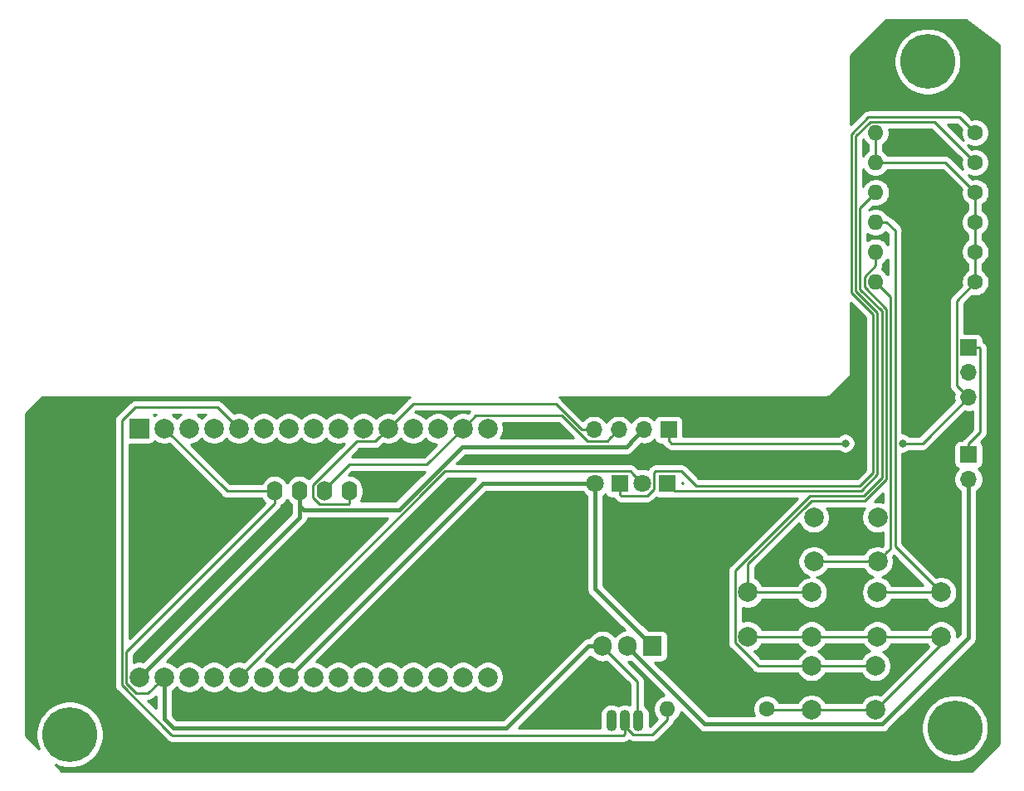
<source format=gbl>
G04 #@! TF.GenerationSoftware,KiCad,Pcbnew,(5.1.10)-1*
G04 #@! TF.CreationDate,2024-12-13T18:52:17+01:00*
G04 #@! TF.ProjectId,plant_watner_V2.0,706c616e-745f-4776-9174-6e65725f5632,rev?*
G04 #@! TF.SameCoordinates,Original*
G04 #@! TF.FileFunction,Copper,L2,Bot*
G04 #@! TF.FilePolarity,Positive*
%FSLAX46Y46*%
G04 Gerber Fmt 4.6, Leading zero omitted, Abs format (unit mm)*
G04 Created by KiCad (PCBNEW (5.1.10)-1) date 2024-12-13 18:52:17*
%MOMM*%
%LPD*%
G01*
G04 APERTURE LIST*
G04 #@! TA.AperFunction,ComponentPad*
%ADD10O,1.100000X2.200000*%
G04 #@! TD*
G04 #@! TA.AperFunction,ComponentPad*
%ADD11C,2.000000*%
G04 #@! TD*
G04 #@! TA.AperFunction,ComponentPad*
%ADD12R,2.000000X2.000000*%
G04 #@! TD*
G04 #@! TA.AperFunction,ComponentPad*
%ADD13C,1.600000*%
G04 #@! TD*
G04 #@! TA.AperFunction,ComponentPad*
%ADD14O,1.600000X1.600000*%
G04 #@! TD*
G04 #@! TA.AperFunction,ComponentPad*
%ADD15R,1.700000X1.700000*%
G04 #@! TD*
G04 #@! TA.AperFunction,ComponentPad*
%ADD16O,1.700000X1.700000*%
G04 #@! TD*
G04 #@! TA.AperFunction,ComponentPad*
%ADD17C,5.600000*%
G04 #@! TD*
G04 #@! TA.AperFunction,ComponentPad*
%ADD18R,1.905000X2.000000*%
G04 #@! TD*
G04 #@! TA.AperFunction,ComponentPad*
%ADD19O,1.905000X2.000000*%
G04 #@! TD*
G04 #@! TA.AperFunction,ComponentPad*
%ADD20C,1.800000*%
G04 #@! TD*
G04 #@! TA.AperFunction,ComponentPad*
%ADD21R,1.800000X1.800000*%
G04 #@! TD*
G04 #@! TA.AperFunction,ComponentPad*
%ADD22O,1.600000X2.000000*%
G04 #@! TD*
G04 #@! TA.AperFunction,ViaPad*
%ADD23C,0.800000*%
G04 #@! TD*
G04 #@! TA.AperFunction,Conductor*
%ADD24C,0.250000*%
G04 #@! TD*
G04 #@! TA.AperFunction,Conductor*
%ADD25C,0.457200*%
G04 #@! TD*
G04 #@! TA.AperFunction,NonConductor*
%ADD26C,0.254000*%
G04 #@! TD*
G04 #@! TA.AperFunction,NonConductor*
%ADD27C,0.100000*%
G04 #@! TD*
G04 APERTURE END LIST*
D10*
X151114035Y-120972748D03*
X152485635Y-120958348D03*
X153857235Y-120958348D03*
D11*
X138494635Y-116513348D03*
X135954635Y-116513348D03*
X133414635Y-116513348D03*
X130874635Y-116513348D03*
X128334635Y-116513348D03*
X125794635Y-116513348D03*
X123254635Y-116513348D03*
X120714635Y-116513348D03*
X118174635Y-116513348D03*
X115634635Y-116513348D03*
X113094635Y-116513348D03*
X110554635Y-116513348D03*
X108014635Y-116513348D03*
X105474635Y-116513348D03*
X102934635Y-116513348D03*
X138494635Y-91113348D03*
X135954635Y-91113348D03*
X133414635Y-91113348D03*
X130874635Y-91113348D03*
X128334635Y-91113348D03*
X125794635Y-91113348D03*
X123254635Y-91113348D03*
X120714635Y-91113348D03*
X118174635Y-91113348D03*
X115634635Y-91113348D03*
X113094635Y-91113348D03*
X110554635Y-91113348D03*
X108014635Y-91113348D03*
X105474635Y-91113348D03*
D12*
X102934635Y-91113348D03*
D13*
X188218355Y-70064368D03*
D14*
X178058355Y-70064368D03*
X178086355Y-67016369D03*
D13*
X188246355Y-67016369D03*
D14*
X178058354Y-63968369D03*
D13*
X188218354Y-63968369D03*
X188218356Y-60920368D03*
D14*
X178058356Y-60920368D03*
D15*
X156930635Y-91240348D03*
D16*
X154390635Y-91240348D03*
X151850635Y-91240348D03*
X149310635Y-91240348D03*
D11*
X165046005Y-112362729D03*
X165046005Y-107862729D03*
X171546005Y-112362729D03*
X171546005Y-107862729D03*
X184754004Y-107862729D03*
X184754004Y-112362729D03*
X178254004Y-107862729D03*
X178254004Y-112362729D03*
X171535635Y-119870348D03*
X171535635Y-115370348D03*
X178035635Y-119870348D03*
X178035635Y-115370348D03*
X171766636Y-104702347D03*
X171766636Y-100202347D03*
X178266636Y-104702347D03*
X178266636Y-100202347D03*
D17*
X186140635Y-121720348D03*
X183346635Y-53648348D03*
X95843636Y-122355349D03*
D15*
X187537636Y-82858348D03*
D16*
X187537636Y-85398348D03*
X187537636Y-87938348D03*
D18*
X155279636Y-113338349D03*
D19*
X152739636Y-113338349D03*
X150199636Y-113338349D03*
D20*
X154263634Y-96701348D03*
D21*
X156803634Y-96701348D03*
X151977636Y-96701348D03*
D20*
X149437636Y-96701348D03*
D15*
X187537636Y-93780348D03*
D16*
X187537636Y-96320348D03*
D22*
X124354635Y-97531349D03*
X121814635Y-97531349D03*
X116734635Y-97531349D03*
X119274635Y-97531349D03*
D13*
X166963634Y-119751850D03*
D14*
X156803634Y-119751850D03*
X178076136Y-76190849D03*
D13*
X188236136Y-76190849D03*
X188236136Y-73079349D03*
D14*
X178076136Y-73079349D03*
D23*
X180806636Y-92637348D03*
X174964636Y-92637349D03*
D24*
X178058354Y-62051739D02*
X178058354Y-63968369D01*
X178058356Y-60920368D02*
X178058354Y-62051739D01*
X185198354Y-63968368D02*
X178058354Y-63968369D01*
X188246355Y-67016369D02*
X185198354Y-63968368D01*
X188246354Y-70036369D02*
X188218355Y-70064368D01*
X188246355Y-67016369D02*
X188246354Y-70036369D01*
X153755636Y-119608349D02*
X153755636Y-120958348D01*
X153755636Y-116941848D02*
X153755636Y-119608349D01*
X150199636Y-113385849D02*
X153755636Y-116941848D01*
X150199635Y-113338347D02*
X150199636Y-113385849D01*
X116734634Y-98781348D02*
X116734634Y-97531347D01*
X101609633Y-113906350D02*
X116734634Y-98781348D01*
X101609633Y-117149350D02*
X101609633Y-113906350D01*
X102624633Y-118164348D02*
X101609633Y-117149350D01*
X103823635Y-118164349D02*
X102624633Y-118164348D01*
X105474634Y-116513348D02*
X103823635Y-118164349D01*
X111892634Y-97531347D02*
X105474634Y-91113348D01*
X116734634Y-97531347D02*
X111892634Y-97531347D01*
X105474634Y-116513348D02*
X104474635Y-117513347D01*
X187537636Y-87938348D02*
X183092636Y-92383348D01*
X183092636Y-92383348D02*
X182838636Y-92637349D01*
X182838636Y-92637349D02*
X180806636Y-92637348D01*
X156930635Y-92340348D02*
X156930635Y-91240348D01*
X157227636Y-92637348D02*
X156930635Y-92340348D01*
X174964636Y-92637349D02*
X157227636Y-92637348D01*
D25*
X105474634Y-116513348D02*
X105474636Y-120810349D01*
X105474636Y-120810349D02*
X106384634Y-121720349D01*
X106384634Y-121720349D02*
X140407935Y-121720348D01*
X148789935Y-113338347D02*
X150199635Y-113338347D01*
X140407935Y-121720348D02*
X148789935Y-113338347D01*
D24*
X188218355Y-73112369D02*
X188218354Y-76160369D01*
X186362635Y-78064350D02*
X188236136Y-76190849D01*
X187537636Y-87938348D02*
X186362635Y-86763347D01*
X186362635Y-86763347D02*
X186362635Y-78064350D01*
X188236135Y-70082149D02*
X188218355Y-70064368D01*
X188236136Y-73079349D02*
X188236135Y-70082149D01*
X101159625Y-90303358D02*
X101159626Y-117335750D01*
X102508633Y-88954348D02*
X101159625Y-90303358D01*
X110935636Y-88954348D02*
X102508633Y-88954348D01*
X113094636Y-91113348D02*
X110935636Y-88954348D01*
X152485635Y-122308348D02*
X152311635Y-122482348D01*
X152485635Y-120958348D02*
X152485635Y-122308348D01*
X106306222Y-122482349D02*
X105925224Y-122101348D01*
X152311635Y-122482348D02*
X106306222Y-122482349D01*
X101159626Y-117335750D02*
X105925224Y-122101348D01*
X105925224Y-122101348D02*
X106207234Y-122383359D01*
X152485635Y-121508348D02*
X152485635Y-120958348D01*
X153360645Y-122383358D02*
X152485635Y-121508348D01*
X155303496Y-122383359D02*
X153360645Y-122383358D01*
X156803634Y-120883218D02*
X155303496Y-122383359D01*
X156803635Y-119751849D02*
X156803634Y-120883218D01*
X179189725Y-70064369D02*
X180044635Y-70919278D01*
X178058356Y-70064369D02*
X179189725Y-70064369D01*
X180044636Y-103153360D02*
X184754003Y-107862729D01*
X180044635Y-70919278D02*
X180044636Y-103153360D01*
X178254004Y-107862729D02*
X184754003Y-107862729D01*
X178058356Y-73112369D02*
X178058354Y-74495367D01*
X178058354Y-74495367D02*
X176933353Y-75620368D01*
X176933353Y-75620368D02*
X176933354Y-76700370D01*
X176933354Y-76700370D02*
X179141626Y-78908642D01*
X170131792Y-107862730D02*
X165046005Y-107862729D01*
X171546005Y-107862730D02*
X170131792Y-107862730D01*
X165046005Y-104961978D02*
X171528634Y-98479349D01*
X165046005Y-107862729D02*
X165046005Y-104961978D01*
X176982626Y-98479349D02*
X179141627Y-96320348D01*
X171528634Y-98479349D02*
X176982626Y-98479349D01*
X179141626Y-78908642D02*
X179141627Y-96320348D01*
X179266634Y-103702349D02*
X178266636Y-104702347D01*
X179591636Y-103377347D02*
X179266634Y-103702349D01*
X179591636Y-77693649D02*
X179591636Y-103377347D01*
X178058354Y-76160369D02*
X179591636Y-77693649D01*
X178266636Y-104702347D02*
X171766635Y-104702349D01*
X127334637Y-92113348D02*
X128334635Y-91113348D01*
X127009635Y-92438350D02*
X127334637Y-92113348D01*
X120689624Y-98197342D02*
X120689626Y-96865354D01*
X121348640Y-98856359D02*
X120689624Y-98197342D01*
X125116630Y-92438349D02*
X127009635Y-92438350D01*
X120689626Y-96865354D02*
X125116630Y-92438349D01*
X124279625Y-98856359D02*
X121348640Y-98856359D01*
X124354636Y-98781348D02*
X124279625Y-98856359D01*
X124354636Y-97531349D02*
X124354636Y-98781348D01*
X148108553Y-91240348D02*
X145441555Y-88573349D01*
X149310636Y-91240348D02*
X148108553Y-91240348D01*
X130874635Y-88573348D02*
X128334635Y-91113348D01*
X145441555Y-88573349D02*
X130874635Y-88573348D01*
X121814634Y-97331348D02*
X124349635Y-94796348D01*
X121814634Y-97531348D02*
X121814634Y-97331348D01*
X132271635Y-94796349D02*
X135954636Y-91113348D01*
X124349635Y-94796348D02*
X132271635Y-94796349D01*
X151000637Y-92090348D02*
X151850635Y-91240349D01*
X150675635Y-92415350D02*
X151000637Y-92090348D01*
X148647145Y-92415349D02*
X150675635Y-92415350D01*
X146020142Y-89788348D02*
X148647145Y-92415349D01*
X137279637Y-89788347D02*
X146020142Y-89788348D01*
X135954636Y-91113348D02*
X137279637Y-89788347D01*
X172949848Y-115370348D02*
X178035636Y-115370348D01*
X171535635Y-115370348D02*
X172949848Y-115370348D01*
X166092622Y-115370348D02*
X170121423Y-115370348D01*
X163721002Y-105650569D02*
X163721002Y-112998731D01*
X171400222Y-97971348D02*
X163721002Y-105650569D01*
X178086355Y-67016369D02*
X176483346Y-68619378D01*
X176483346Y-68619378D02*
X176483345Y-76886770D01*
X163721002Y-112998731D02*
X166092622Y-115370348D01*
X176483345Y-76886770D02*
X178691616Y-79095042D01*
X178691616Y-79095042D02*
X178691616Y-96133948D01*
X170121423Y-115370348D02*
X171535635Y-115370348D01*
X178691616Y-96133948D02*
X176854215Y-97971349D01*
X176854215Y-97971349D02*
X171400222Y-97971348D01*
X188637636Y-82858348D02*
X187537636Y-82858348D01*
X188712636Y-82933350D02*
X188637636Y-82858348D01*
X188712635Y-91505347D02*
X188712636Y-82933350D01*
X187537636Y-92680348D02*
X188712635Y-91505347D01*
X187537636Y-93780348D02*
X187537636Y-92680348D01*
X184754003Y-113151979D02*
X184754004Y-112362730D01*
X178035636Y-119870349D02*
X184754003Y-113151979D01*
X184754004Y-112362730D02*
X178254004Y-112362729D01*
X178254004Y-112362729D02*
X171546005Y-112362729D01*
X171546005Y-112362729D02*
X165046005Y-112362729D01*
X171535635Y-119870348D02*
X178035636Y-119870349D01*
X119274636Y-97531348D02*
X119274636Y-97731348D01*
D25*
X153540635Y-92090348D02*
X154390636Y-91240348D01*
X152662023Y-92968959D02*
X153540635Y-92090348D01*
X135856103Y-92968959D02*
X152662023Y-92968959D01*
X129415094Y-99409968D02*
X135856103Y-92968959D01*
X119696054Y-99409968D02*
X129415094Y-99409968D01*
X119274636Y-98988548D02*
X119696054Y-99409968D01*
X119274636Y-97531348D02*
X119274636Y-98988548D01*
X119274636Y-100173348D02*
X102934636Y-116513348D01*
X119274636Y-97531348D02*
X119274636Y-100173348D01*
D24*
X167082134Y-119870350D02*
X166963634Y-119751850D01*
X171535635Y-119870348D02*
X167082134Y-119870350D01*
X153363637Y-95801350D02*
X154263636Y-96701348D01*
X153038635Y-95476348D02*
X153363637Y-95801350D01*
X134131637Y-95476348D02*
X153038635Y-95476348D01*
X113094636Y-116513348D02*
X134131637Y-95476348D01*
X154077136Y-112088348D02*
X155279635Y-113290848D01*
X154029636Y-112088349D02*
X154077136Y-112088348D01*
D25*
X155279635Y-113290848D02*
X155279636Y-113338349D01*
X153869935Y-111881148D02*
X155279635Y-113290848D01*
X153822435Y-111881149D02*
X153869935Y-111881148D01*
X149437635Y-107496348D02*
X153822435Y-111881149D01*
X149437635Y-96701348D02*
X149437635Y-107496348D01*
X137986635Y-96701348D02*
X149437635Y-96701348D01*
X118174636Y-116513348D02*
X137986635Y-96701348D01*
X152739636Y-113385848D02*
X152739635Y-113338349D01*
X160652737Y-121298949D02*
X152739636Y-113385848D01*
X178721365Y-121298950D02*
X160652737Y-121298949D01*
X187537635Y-112482679D02*
X178721365Y-121298950D01*
X187537636Y-96320348D02*
X187537635Y-112482679D01*
D24*
X157565635Y-97463348D02*
X156803634Y-96701348D01*
X176615635Y-97463348D02*
X157565635Y-97463348D01*
X178241605Y-95837377D02*
X176615635Y-97463348D01*
X184045354Y-59795367D02*
X177518354Y-59795367D01*
X188218354Y-63968369D02*
X184045354Y-59795367D01*
X177518354Y-59795367D02*
X176033336Y-61280387D01*
X176033336Y-61280387D02*
X176033335Y-77073171D01*
X176033335Y-77073171D02*
X178241607Y-79281442D01*
X178241607Y-79281442D02*
X178241605Y-95837377D01*
X151977636Y-97851348D02*
X151977636Y-96701348D01*
X152097636Y-97971348D02*
X151977636Y-97851348D01*
X177791596Y-79467842D02*
X177791596Y-95650978D01*
X175583328Y-77259573D02*
X177791596Y-79467842D01*
X177331954Y-59345358D02*
X175583325Y-61093987D01*
X186643345Y-59345357D02*
X177331954Y-59345358D01*
X177791596Y-95650978D02*
X176487226Y-96955349D01*
X176487226Y-96955349D02*
X159724635Y-96955348D01*
X188218356Y-60920368D02*
X186643345Y-59345357D01*
X159724635Y-96955348D02*
X158245634Y-95476347D01*
X158245634Y-95476347D02*
X155643635Y-95476348D01*
X155643635Y-95476348D02*
X155488635Y-95631345D01*
X155488635Y-95631345D02*
X155488636Y-97289349D01*
X154898636Y-97844348D02*
X154771636Y-97971348D01*
X155488636Y-97289349D02*
X154933638Y-97844349D01*
X154933638Y-97844349D02*
X154898636Y-97844348D01*
X175583325Y-61093987D02*
X175583328Y-77259573D01*
X154771636Y-97971348D02*
X152097636Y-97971348D01*
D26*
X190637635Y-51966664D02*
X190637637Y-123331257D01*
X187878544Y-126090349D01*
X94994727Y-126090349D01*
X94365464Y-125461086D01*
X94841684Y-125658343D01*
X95505318Y-125790349D01*
X96181954Y-125790349D01*
X96845588Y-125658343D01*
X97470718Y-125399406D01*
X98033321Y-125023487D01*
X98511774Y-124545034D01*
X98887693Y-123982431D01*
X99146630Y-123357301D01*
X99278636Y-122693667D01*
X99278636Y-122017031D01*
X99146630Y-121353397D01*
X98887693Y-120728267D01*
X98511774Y-120165664D01*
X98033321Y-119687211D01*
X97470718Y-119311292D01*
X96845588Y-119052355D01*
X96181954Y-118920349D01*
X95505318Y-118920349D01*
X94841684Y-119052355D01*
X94216554Y-119311292D01*
X93653951Y-119687211D01*
X93175498Y-120165664D01*
X92799579Y-120728267D01*
X92540642Y-121353397D01*
X92408636Y-122017031D01*
X92408636Y-122693667D01*
X92540642Y-123357301D01*
X92737899Y-123833522D01*
X91346635Y-122442259D01*
X91346633Y-89629439D01*
X93089727Y-87886348D01*
X130547692Y-87886348D01*
X130467411Y-87929260D01*
X130450358Y-87938375D01*
X130363631Y-88009549D01*
X130363622Y-88009558D01*
X130334635Y-88033347D01*
X130310846Y-88062334D01*
X128826010Y-89547171D01*
X128811547Y-89541180D01*
X128495668Y-89478348D01*
X128173602Y-89478348D01*
X127857723Y-89541180D01*
X127560172Y-89664430D01*
X127292383Y-89843361D01*
X127064648Y-90071096D01*
X127064635Y-90071115D01*
X127064622Y-90071096D01*
X126836887Y-89843361D01*
X126569098Y-89664430D01*
X126271547Y-89541180D01*
X125955668Y-89478348D01*
X125633602Y-89478348D01*
X125317723Y-89541180D01*
X125020172Y-89664430D01*
X124752383Y-89843361D01*
X124524648Y-90071096D01*
X124524635Y-90071115D01*
X124524622Y-90071096D01*
X124296887Y-89843361D01*
X124029098Y-89664430D01*
X123731547Y-89541180D01*
X123415668Y-89478348D01*
X123093602Y-89478348D01*
X122777723Y-89541180D01*
X122480172Y-89664430D01*
X122212383Y-89843361D01*
X121984648Y-90071096D01*
X121984635Y-90071115D01*
X121984622Y-90071096D01*
X121756887Y-89843361D01*
X121489098Y-89664430D01*
X121191547Y-89541180D01*
X120875668Y-89478348D01*
X120553602Y-89478348D01*
X120237723Y-89541180D01*
X119940172Y-89664430D01*
X119672383Y-89843361D01*
X119444648Y-90071096D01*
X119444635Y-90071115D01*
X119444622Y-90071096D01*
X119216887Y-89843361D01*
X118949098Y-89664430D01*
X118651547Y-89541180D01*
X118335668Y-89478348D01*
X118013602Y-89478348D01*
X117697723Y-89541180D01*
X117400172Y-89664430D01*
X117132383Y-89843361D01*
X116904648Y-90071096D01*
X116904635Y-90071115D01*
X116904622Y-90071096D01*
X116676887Y-89843361D01*
X116409098Y-89664430D01*
X116111547Y-89541180D01*
X115795668Y-89478348D01*
X115473602Y-89478348D01*
X115157723Y-89541180D01*
X114860172Y-89664430D01*
X114592383Y-89843361D01*
X114364648Y-90071096D01*
X114364635Y-90071115D01*
X114364622Y-90071096D01*
X114136887Y-89843361D01*
X113869098Y-89664430D01*
X113571547Y-89541180D01*
X113255668Y-89478348D01*
X112933602Y-89478348D01*
X112617723Y-89541180D01*
X112603260Y-89547171D01*
X111499440Y-88443351D01*
X111475637Y-88414347D01*
X111359912Y-88319374D01*
X111227883Y-88248802D01*
X111084622Y-88205345D01*
X110972969Y-88194348D01*
X110972958Y-88194348D01*
X110935636Y-88190672D01*
X110898314Y-88194348D01*
X102545957Y-88194348D01*
X102508632Y-88190672D01*
X102471309Y-88194348D01*
X102471300Y-88194348D01*
X102359647Y-88205345D01*
X102216386Y-88248802D01*
X102084357Y-88319374D01*
X102084355Y-88319375D01*
X102084356Y-88319375D01*
X101997629Y-88390549D01*
X101997625Y-88390553D01*
X101968632Y-88414347D01*
X101944838Y-88443340D01*
X100648621Y-89739561D01*
X100619624Y-89763358D01*
X100524651Y-89879083D01*
X100454079Y-90011112D01*
X100410622Y-90154373D01*
X100399625Y-90266026D01*
X100399625Y-90266036D01*
X100395949Y-90303358D01*
X100399625Y-90340681D01*
X100399627Y-117298418D01*
X100395950Y-117335750D01*
X100399627Y-117373082D01*
X100399627Y-117373083D01*
X100403790Y-117415345D01*
X100410624Y-117484735D01*
X100454080Y-117627996D01*
X100524652Y-117760026D01*
X100595827Y-117846752D01*
X100619626Y-117875751D01*
X100648624Y-117899549D01*
X105414221Y-122665147D01*
X105414225Y-122665150D01*
X105742422Y-122993350D01*
X105766222Y-123022350D01*
X105795218Y-123046146D01*
X105881944Y-123117321D01*
X105881946Y-123117322D01*
X105881947Y-123117323D01*
X105910079Y-123132360D01*
X106013972Y-123187894D01*
X106157233Y-123231351D01*
X106157234Y-123231351D01*
X106157237Y-123231352D01*
X106268890Y-123242349D01*
X106268896Y-123242349D01*
X106306219Y-123246025D01*
X106343544Y-123242349D01*
X152274302Y-123242347D01*
X152311635Y-123246024D01*
X152364441Y-123240823D01*
X152460621Y-123231350D01*
X152504077Y-123218168D01*
X152603881Y-123187894D01*
X152735911Y-123117322D01*
X152822637Y-123046147D01*
X152822638Y-123046146D01*
X152851636Y-123022348D01*
X152875434Y-122993350D01*
X152889179Y-122979605D01*
X152936368Y-123018332D01*
X153068398Y-123088904D01*
X153211659Y-123132360D01*
X153360644Y-123147034D01*
X153397976Y-123143357D01*
X155266170Y-123143359D01*
X155303496Y-123147035D01*
X155340819Y-123143359D01*
X155340828Y-123143359D01*
X155452481Y-123132362D01*
X155595742Y-123088905D01*
X155727771Y-123018333D01*
X155791270Y-122966221D01*
X155814499Y-122947158D01*
X155814503Y-122947154D01*
X155843496Y-122923360D01*
X155867290Y-122894367D01*
X157314642Y-121447012D01*
X157343634Y-121423219D01*
X157367428Y-121394226D01*
X157367434Y-121394220D01*
X157438608Y-121307494D01*
X157509180Y-121175464D01*
X157552637Y-121032203D01*
X157558432Y-120973370D01*
X157718393Y-120866487D01*
X157918271Y-120666609D01*
X158075314Y-120431577D01*
X158183487Y-120170424D01*
X158203299Y-120070825D01*
X160012087Y-121879614D01*
X160039125Y-121912560D01*
X160072071Y-121939598D01*
X160072075Y-121939602D01*
X160170625Y-122020480D01*
X160320652Y-122100671D01*
X160483442Y-122150053D01*
X160652737Y-122166727D01*
X160695167Y-122162548D01*
X178678945Y-122162550D01*
X178721365Y-122166728D01*
X178890659Y-122150054D01*
X178913418Y-122143150D01*
X179053448Y-122100672D01*
X179203476Y-122020481D01*
X179334976Y-121912562D01*
X179362023Y-121879605D01*
X179859598Y-121382030D01*
X182705635Y-121382030D01*
X182705635Y-122058666D01*
X182837641Y-122722300D01*
X183096578Y-123347430D01*
X183472497Y-123910033D01*
X183950950Y-124388486D01*
X184513553Y-124764405D01*
X185138683Y-125023342D01*
X185802317Y-125155348D01*
X186478953Y-125155348D01*
X187142587Y-125023342D01*
X187767717Y-124764405D01*
X188330320Y-124388486D01*
X188808773Y-123910033D01*
X189184692Y-123347430D01*
X189443629Y-122722300D01*
X189575635Y-122058666D01*
X189575635Y-121382030D01*
X189443629Y-120718396D01*
X189184692Y-120093266D01*
X188808773Y-119530663D01*
X188330320Y-119052210D01*
X187767717Y-118676291D01*
X187142587Y-118417354D01*
X186478953Y-118285348D01*
X185802317Y-118285348D01*
X185138683Y-118417354D01*
X184513553Y-118676291D01*
X183950950Y-119052210D01*
X183472497Y-119530663D01*
X183096578Y-120093266D01*
X182837641Y-120718396D01*
X182705635Y-121382030D01*
X179859598Y-121382030D01*
X188118300Y-113123329D01*
X188151246Y-113096291D01*
X188178284Y-113063345D01*
X188178287Y-113063342D01*
X188259165Y-112964791D01*
X188339356Y-112814764D01*
X188388738Y-112651974D01*
X188405413Y-112482680D01*
X188401234Y-112440252D01*
X188401236Y-97529303D01*
X188484268Y-97473823D01*
X188691111Y-97266980D01*
X188853626Y-97023759D01*
X188965568Y-96753506D01*
X189022636Y-96466608D01*
X189022636Y-96174088D01*
X188965568Y-95887190D01*
X188853626Y-95616937D01*
X188691111Y-95373716D01*
X188559256Y-95241861D01*
X188631816Y-95219850D01*
X188742130Y-95160885D01*
X188838821Y-95081533D01*
X188918173Y-94984842D01*
X188977138Y-94874528D01*
X189013448Y-94754830D01*
X189025708Y-94630348D01*
X189025708Y-92930348D01*
X189013448Y-92805866D01*
X188977138Y-92686168D01*
X188918173Y-92575854D01*
X188838821Y-92479163D01*
X188824981Y-92467805D01*
X189223648Y-92069137D01*
X189252635Y-92045348D01*
X189276424Y-92016361D01*
X189276435Y-92016350D01*
X189347609Y-91929623D01*
X189418181Y-91797593D01*
X189461638Y-91654333D01*
X189476311Y-91505347D01*
X189472634Y-91468014D01*
X189472636Y-82970677D01*
X189476312Y-82933359D01*
X189472636Y-82896032D01*
X189472636Y-82896018D01*
X189461639Y-82784365D01*
X189418182Y-82641104D01*
X189367770Y-82546790D01*
X189347615Y-82509083D01*
X189347613Y-82509080D01*
X189347610Y-82509075D01*
X189307687Y-82460428D01*
X189276442Y-82422355D01*
X189276435Y-82422348D01*
X189252637Y-82393350D01*
X189223646Y-82369558D01*
X189201441Y-82347352D01*
X189177637Y-82318347D01*
X189088413Y-82245123D01*
X189061920Y-82223380D01*
X189061918Y-82223379D01*
X189061912Y-82223374D01*
X189025708Y-82204022D01*
X189025708Y-82008348D01*
X189013448Y-81883866D01*
X188977138Y-81764168D01*
X188918173Y-81653854D01*
X188838821Y-81557163D01*
X188742130Y-81477811D01*
X188631816Y-81418846D01*
X188512118Y-81382536D01*
X188387636Y-81370276D01*
X187122635Y-81370276D01*
X187122635Y-78379151D01*
X187912250Y-77589537D01*
X188094801Y-77625849D01*
X188377471Y-77625849D01*
X188654710Y-77570702D01*
X188915863Y-77462529D01*
X189150895Y-77305486D01*
X189350773Y-77105608D01*
X189507816Y-76870576D01*
X189615989Y-76609423D01*
X189671136Y-76332184D01*
X189671136Y-76049514D01*
X189615989Y-75772275D01*
X189507816Y-75511122D01*
X189350773Y-75276090D01*
X189150895Y-75076212D01*
X188978354Y-74960924D01*
X188978354Y-74309274D01*
X189150895Y-74193986D01*
X189350773Y-73994108D01*
X189507816Y-73759076D01*
X189615989Y-73497923D01*
X189671136Y-73220684D01*
X189671136Y-72938014D01*
X189615989Y-72660775D01*
X189507816Y-72399622D01*
X189350773Y-72164590D01*
X189150895Y-71964712D01*
X188996135Y-71861305D01*
X188996135Y-71270531D01*
X189133114Y-71179005D01*
X189332992Y-70979127D01*
X189490035Y-70744095D01*
X189598208Y-70482942D01*
X189653355Y-70205703D01*
X189653355Y-69923033D01*
X189598208Y-69645794D01*
X189490035Y-69384641D01*
X189332992Y-69149609D01*
X189133114Y-68949731D01*
X189006354Y-68865033D01*
X189006354Y-68234413D01*
X189161114Y-68131006D01*
X189360992Y-67931128D01*
X189518035Y-67696096D01*
X189626208Y-67434943D01*
X189681355Y-67157704D01*
X189681355Y-66875034D01*
X189626208Y-66597795D01*
X189518035Y-66336642D01*
X189360992Y-66101610D01*
X189161114Y-65901732D01*
X188926082Y-65744689D01*
X188664929Y-65636516D01*
X188387690Y-65581369D01*
X188105020Y-65581369D01*
X187922469Y-65617681D01*
X187549227Y-65244440D01*
X187799780Y-65348222D01*
X188077019Y-65403369D01*
X188359689Y-65403369D01*
X188636928Y-65348222D01*
X188898081Y-65240049D01*
X189133113Y-65083006D01*
X189332991Y-64883128D01*
X189490034Y-64648096D01*
X189598207Y-64386943D01*
X189653354Y-64109704D01*
X189653354Y-63827034D01*
X189598207Y-63549795D01*
X189490034Y-63288642D01*
X189332991Y-63053610D01*
X189133113Y-62853732D01*
X188898081Y-62696689D01*
X188636928Y-62588516D01*
X188359689Y-62533369D01*
X188077019Y-62533369D01*
X187894468Y-62569681D01*
X187472950Y-62148163D01*
X187538629Y-62192048D01*
X187799782Y-62300221D01*
X188077021Y-62355368D01*
X188359691Y-62355368D01*
X188636930Y-62300221D01*
X188898083Y-62192048D01*
X189133115Y-62035005D01*
X189332993Y-61835127D01*
X189490036Y-61600095D01*
X189598209Y-61338942D01*
X189653356Y-61061703D01*
X189653356Y-60779033D01*
X189598209Y-60501794D01*
X189490036Y-60240641D01*
X189332993Y-60005609D01*
X189133115Y-59805731D01*
X188898083Y-59648688D01*
X188636930Y-59540515D01*
X188359691Y-59485368D01*
X188077021Y-59485368D01*
X187894470Y-59521680D01*
X187207143Y-58834354D01*
X187183345Y-58805356D01*
X187151261Y-58779025D01*
X187067621Y-58710383D01*
X186935591Y-58639811D01*
X186792330Y-58596354D01*
X186680677Y-58585357D01*
X186680667Y-58585357D01*
X186643345Y-58581681D01*
X186606022Y-58585357D01*
X177369287Y-58585359D01*
X177331954Y-58581682D01*
X177182968Y-58596356D01*
X177039707Y-58639812D01*
X176907678Y-58710384D01*
X176820951Y-58781559D01*
X176820946Y-58781564D01*
X176791953Y-58805358D01*
X176768159Y-58834351D01*
X175547634Y-60054877D01*
X175547634Y-53310030D01*
X179911635Y-53310030D01*
X179911635Y-53986666D01*
X180043641Y-54650300D01*
X180302578Y-55275430D01*
X180678497Y-55838033D01*
X181156950Y-56316486D01*
X181719553Y-56692405D01*
X182344683Y-56951342D01*
X183008317Y-57083348D01*
X183684953Y-57083348D01*
X184348587Y-56951342D01*
X184973717Y-56692405D01*
X185536320Y-56316486D01*
X186014773Y-55838033D01*
X186390692Y-55275430D01*
X186649629Y-54650300D01*
X186781635Y-53986666D01*
X186781635Y-53310030D01*
X186649629Y-52646396D01*
X186390692Y-52021266D01*
X186014773Y-51458663D01*
X185536320Y-50980210D01*
X184973717Y-50604291D01*
X184348587Y-50345354D01*
X183684953Y-50213348D01*
X183008317Y-50213348D01*
X182344683Y-50345354D01*
X181719553Y-50604291D01*
X181156950Y-50980210D01*
X180678497Y-51458663D01*
X180302578Y-52021266D01*
X180043641Y-52646396D01*
X179911635Y-53310030D01*
X175547634Y-53310030D01*
X175547634Y-53053438D01*
X179195729Y-49405349D01*
X187296788Y-49405349D01*
X190637635Y-51966664D01*
G04 #@! TA.AperFunction,NonConductor*
D27*
G36*
X190637635Y-51966664D02*
G01*
X190637637Y-123331257D01*
X187878544Y-126090349D01*
X94994727Y-126090349D01*
X94365464Y-125461086D01*
X94841684Y-125658343D01*
X95505318Y-125790349D01*
X96181954Y-125790349D01*
X96845588Y-125658343D01*
X97470718Y-125399406D01*
X98033321Y-125023487D01*
X98511774Y-124545034D01*
X98887693Y-123982431D01*
X99146630Y-123357301D01*
X99278636Y-122693667D01*
X99278636Y-122017031D01*
X99146630Y-121353397D01*
X98887693Y-120728267D01*
X98511774Y-120165664D01*
X98033321Y-119687211D01*
X97470718Y-119311292D01*
X96845588Y-119052355D01*
X96181954Y-118920349D01*
X95505318Y-118920349D01*
X94841684Y-119052355D01*
X94216554Y-119311292D01*
X93653951Y-119687211D01*
X93175498Y-120165664D01*
X92799579Y-120728267D01*
X92540642Y-121353397D01*
X92408636Y-122017031D01*
X92408636Y-122693667D01*
X92540642Y-123357301D01*
X92737899Y-123833522D01*
X91346635Y-122442259D01*
X91346633Y-89629439D01*
X93089727Y-87886348D01*
X130547692Y-87886348D01*
X130467411Y-87929260D01*
X130450358Y-87938375D01*
X130363631Y-88009549D01*
X130363622Y-88009558D01*
X130334635Y-88033347D01*
X130310846Y-88062334D01*
X128826010Y-89547171D01*
X128811547Y-89541180D01*
X128495668Y-89478348D01*
X128173602Y-89478348D01*
X127857723Y-89541180D01*
X127560172Y-89664430D01*
X127292383Y-89843361D01*
X127064648Y-90071096D01*
X127064635Y-90071115D01*
X127064622Y-90071096D01*
X126836887Y-89843361D01*
X126569098Y-89664430D01*
X126271547Y-89541180D01*
X125955668Y-89478348D01*
X125633602Y-89478348D01*
X125317723Y-89541180D01*
X125020172Y-89664430D01*
X124752383Y-89843361D01*
X124524648Y-90071096D01*
X124524635Y-90071115D01*
X124524622Y-90071096D01*
X124296887Y-89843361D01*
X124029098Y-89664430D01*
X123731547Y-89541180D01*
X123415668Y-89478348D01*
X123093602Y-89478348D01*
X122777723Y-89541180D01*
X122480172Y-89664430D01*
X122212383Y-89843361D01*
X121984648Y-90071096D01*
X121984635Y-90071115D01*
X121984622Y-90071096D01*
X121756887Y-89843361D01*
X121489098Y-89664430D01*
X121191547Y-89541180D01*
X120875668Y-89478348D01*
X120553602Y-89478348D01*
X120237723Y-89541180D01*
X119940172Y-89664430D01*
X119672383Y-89843361D01*
X119444648Y-90071096D01*
X119444635Y-90071115D01*
X119444622Y-90071096D01*
X119216887Y-89843361D01*
X118949098Y-89664430D01*
X118651547Y-89541180D01*
X118335668Y-89478348D01*
X118013602Y-89478348D01*
X117697723Y-89541180D01*
X117400172Y-89664430D01*
X117132383Y-89843361D01*
X116904648Y-90071096D01*
X116904635Y-90071115D01*
X116904622Y-90071096D01*
X116676887Y-89843361D01*
X116409098Y-89664430D01*
X116111547Y-89541180D01*
X115795668Y-89478348D01*
X115473602Y-89478348D01*
X115157723Y-89541180D01*
X114860172Y-89664430D01*
X114592383Y-89843361D01*
X114364648Y-90071096D01*
X114364635Y-90071115D01*
X114364622Y-90071096D01*
X114136887Y-89843361D01*
X113869098Y-89664430D01*
X113571547Y-89541180D01*
X113255668Y-89478348D01*
X112933602Y-89478348D01*
X112617723Y-89541180D01*
X112603260Y-89547171D01*
X111499440Y-88443351D01*
X111475637Y-88414347D01*
X111359912Y-88319374D01*
X111227883Y-88248802D01*
X111084622Y-88205345D01*
X110972969Y-88194348D01*
X110972958Y-88194348D01*
X110935636Y-88190672D01*
X110898314Y-88194348D01*
X102545957Y-88194348D01*
X102508632Y-88190672D01*
X102471309Y-88194348D01*
X102471300Y-88194348D01*
X102359647Y-88205345D01*
X102216386Y-88248802D01*
X102084357Y-88319374D01*
X102084355Y-88319375D01*
X102084356Y-88319375D01*
X101997629Y-88390549D01*
X101997625Y-88390553D01*
X101968632Y-88414347D01*
X101944838Y-88443340D01*
X100648621Y-89739561D01*
X100619624Y-89763358D01*
X100524651Y-89879083D01*
X100454079Y-90011112D01*
X100410622Y-90154373D01*
X100399625Y-90266026D01*
X100399625Y-90266036D01*
X100395949Y-90303358D01*
X100399625Y-90340681D01*
X100399627Y-117298418D01*
X100395950Y-117335750D01*
X100399627Y-117373082D01*
X100399627Y-117373083D01*
X100403790Y-117415345D01*
X100410624Y-117484735D01*
X100454080Y-117627996D01*
X100524652Y-117760026D01*
X100595827Y-117846752D01*
X100619626Y-117875751D01*
X100648624Y-117899549D01*
X105414221Y-122665147D01*
X105414225Y-122665150D01*
X105742422Y-122993350D01*
X105766222Y-123022350D01*
X105795218Y-123046146D01*
X105881944Y-123117321D01*
X105881946Y-123117322D01*
X105881947Y-123117323D01*
X105910079Y-123132360D01*
X106013972Y-123187894D01*
X106157233Y-123231351D01*
X106157234Y-123231351D01*
X106157237Y-123231352D01*
X106268890Y-123242349D01*
X106268896Y-123242349D01*
X106306219Y-123246025D01*
X106343544Y-123242349D01*
X152274302Y-123242347D01*
X152311635Y-123246024D01*
X152364441Y-123240823D01*
X152460621Y-123231350D01*
X152504077Y-123218168D01*
X152603881Y-123187894D01*
X152735911Y-123117322D01*
X152822637Y-123046147D01*
X152822638Y-123046146D01*
X152851636Y-123022348D01*
X152875434Y-122993350D01*
X152889179Y-122979605D01*
X152936368Y-123018332D01*
X153068398Y-123088904D01*
X153211659Y-123132360D01*
X153360644Y-123147034D01*
X153397976Y-123143357D01*
X155266170Y-123143359D01*
X155303496Y-123147035D01*
X155340819Y-123143359D01*
X155340828Y-123143359D01*
X155452481Y-123132362D01*
X155595742Y-123088905D01*
X155727771Y-123018333D01*
X155791270Y-122966221D01*
X155814499Y-122947158D01*
X155814503Y-122947154D01*
X155843496Y-122923360D01*
X155867290Y-122894367D01*
X157314642Y-121447012D01*
X157343634Y-121423219D01*
X157367428Y-121394226D01*
X157367434Y-121394220D01*
X157438608Y-121307494D01*
X157509180Y-121175464D01*
X157552637Y-121032203D01*
X157558432Y-120973370D01*
X157718393Y-120866487D01*
X157918271Y-120666609D01*
X158075314Y-120431577D01*
X158183487Y-120170424D01*
X158203299Y-120070825D01*
X160012087Y-121879614D01*
X160039125Y-121912560D01*
X160072071Y-121939598D01*
X160072075Y-121939602D01*
X160170625Y-122020480D01*
X160320652Y-122100671D01*
X160483442Y-122150053D01*
X160652737Y-122166727D01*
X160695167Y-122162548D01*
X178678945Y-122162550D01*
X178721365Y-122166728D01*
X178890659Y-122150054D01*
X178913418Y-122143150D01*
X179053448Y-122100672D01*
X179203476Y-122020481D01*
X179334976Y-121912562D01*
X179362023Y-121879605D01*
X179859598Y-121382030D01*
X182705635Y-121382030D01*
X182705635Y-122058666D01*
X182837641Y-122722300D01*
X183096578Y-123347430D01*
X183472497Y-123910033D01*
X183950950Y-124388486D01*
X184513553Y-124764405D01*
X185138683Y-125023342D01*
X185802317Y-125155348D01*
X186478953Y-125155348D01*
X187142587Y-125023342D01*
X187767717Y-124764405D01*
X188330320Y-124388486D01*
X188808773Y-123910033D01*
X189184692Y-123347430D01*
X189443629Y-122722300D01*
X189575635Y-122058666D01*
X189575635Y-121382030D01*
X189443629Y-120718396D01*
X189184692Y-120093266D01*
X188808773Y-119530663D01*
X188330320Y-119052210D01*
X187767717Y-118676291D01*
X187142587Y-118417354D01*
X186478953Y-118285348D01*
X185802317Y-118285348D01*
X185138683Y-118417354D01*
X184513553Y-118676291D01*
X183950950Y-119052210D01*
X183472497Y-119530663D01*
X183096578Y-120093266D01*
X182837641Y-120718396D01*
X182705635Y-121382030D01*
X179859598Y-121382030D01*
X188118300Y-113123329D01*
X188151246Y-113096291D01*
X188178284Y-113063345D01*
X188178287Y-113063342D01*
X188259165Y-112964791D01*
X188339356Y-112814764D01*
X188388738Y-112651974D01*
X188405413Y-112482680D01*
X188401234Y-112440252D01*
X188401236Y-97529303D01*
X188484268Y-97473823D01*
X188691111Y-97266980D01*
X188853626Y-97023759D01*
X188965568Y-96753506D01*
X189022636Y-96466608D01*
X189022636Y-96174088D01*
X188965568Y-95887190D01*
X188853626Y-95616937D01*
X188691111Y-95373716D01*
X188559256Y-95241861D01*
X188631816Y-95219850D01*
X188742130Y-95160885D01*
X188838821Y-95081533D01*
X188918173Y-94984842D01*
X188977138Y-94874528D01*
X189013448Y-94754830D01*
X189025708Y-94630348D01*
X189025708Y-92930348D01*
X189013448Y-92805866D01*
X188977138Y-92686168D01*
X188918173Y-92575854D01*
X188838821Y-92479163D01*
X188824981Y-92467805D01*
X189223648Y-92069137D01*
X189252635Y-92045348D01*
X189276424Y-92016361D01*
X189276435Y-92016350D01*
X189347609Y-91929623D01*
X189418181Y-91797593D01*
X189461638Y-91654333D01*
X189476311Y-91505347D01*
X189472634Y-91468014D01*
X189472636Y-82970677D01*
X189476312Y-82933359D01*
X189472636Y-82896032D01*
X189472636Y-82896018D01*
X189461639Y-82784365D01*
X189418182Y-82641104D01*
X189367770Y-82546790D01*
X189347615Y-82509083D01*
X189347613Y-82509080D01*
X189347610Y-82509075D01*
X189307687Y-82460428D01*
X189276442Y-82422355D01*
X189276435Y-82422348D01*
X189252637Y-82393350D01*
X189223646Y-82369558D01*
X189201441Y-82347352D01*
X189177637Y-82318347D01*
X189088413Y-82245123D01*
X189061920Y-82223380D01*
X189061918Y-82223379D01*
X189061912Y-82223374D01*
X189025708Y-82204022D01*
X189025708Y-82008348D01*
X189013448Y-81883866D01*
X188977138Y-81764168D01*
X188918173Y-81653854D01*
X188838821Y-81557163D01*
X188742130Y-81477811D01*
X188631816Y-81418846D01*
X188512118Y-81382536D01*
X188387636Y-81370276D01*
X187122635Y-81370276D01*
X187122635Y-78379151D01*
X187912250Y-77589537D01*
X188094801Y-77625849D01*
X188377471Y-77625849D01*
X188654710Y-77570702D01*
X188915863Y-77462529D01*
X189150895Y-77305486D01*
X189350773Y-77105608D01*
X189507816Y-76870576D01*
X189615989Y-76609423D01*
X189671136Y-76332184D01*
X189671136Y-76049514D01*
X189615989Y-75772275D01*
X189507816Y-75511122D01*
X189350773Y-75276090D01*
X189150895Y-75076212D01*
X188978354Y-74960924D01*
X188978354Y-74309274D01*
X189150895Y-74193986D01*
X189350773Y-73994108D01*
X189507816Y-73759076D01*
X189615989Y-73497923D01*
X189671136Y-73220684D01*
X189671136Y-72938014D01*
X189615989Y-72660775D01*
X189507816Y-72399622D01*
X189350773Y-72164590D01*
X189150895Y-71964712D01*
X188996135Y-71861305D01*
X188996135Y-71270531D01*
X189133114Y-71179005D01*
X189332992Y-70979127D01*
X189490035Y-70744095D01*
X189598208Y-70482942D01*
X189653355Y-70205703D01*
X189653355Y-69923033D01*
X189598208Y-69645794D01*
X189490035Y-69384641D01*
X189332992Y-69149609D01*
X189133114Y-68949731D01*
X189006354Y-68865033D01*
X189006354Y-68234413D01*
X189161114Y-68131006D01*
X189360992Y-67931128D01*
X189518035Y-67696096D01*
X189626208Y-67434943D01*
X189681355Y-67157704D01*
X189681355Y-66875034D01*
X189626208Y-66597795D01*
X189518035Y-66336642D01*
X189360992Y-66101610D01*
X189161114Y-65901732D01*
X188926082Y-65744689D01*
X188664929Y-65636516D01*
X188387690Y-65581369D01*
X188105020Y-65581369D01*
X187922469Y-65617681D01*
X187549227Y-65244440D01*
X187799780Y-65348222D01*
X188077019Y-65403369D01*
X188359689Y-65403369D01*
X188636928Y-65348222D01*
X188898081Y-65240049D01*
X189133113Y-65083006D01*
X189332991Y-64883128D01*
X189490034Y-64648096D01*
X189598207Y-64386943D01*
X189653354Y-64109704D01*
X189653354Y-63827034D01*
X189598207Y-63549795D01*
X189490034Y-63288642D01*
X189332991Y-63053610D01*
X189133113Y-62853732D01*
X188898081Y-62696689D01*
X188636928Y-62588516D01*
X188359689Y-62533369D01*
X188077019Y-62533369D01*
X187894468Y-62569681D01*
X187472950Y-62148163D01*
X187538629Y-62192048D01*
X187799782Y-62300221D01*
X188077021Y-62355368D01*
X188359691Y-62355368D01*
X188636930Y-62300221D01*
X188898083Y-62192048D01*
X189133115Y-62035005D01*
X189332993Y-61835127D01*
X189490036Y-61600095D01*
X189598209Y-61338942D01*
X189653356Y-61061703D01*
X189653356Y-60779033D01*
X189598209Y-60501794D01*
X189490036Y-60240641D01*
X189332993Y-60005609D01*
X189133115Y-59805731D01*
X188898083Y-59648688D01*
X188636930Y-59540515D01*
X188359691Y-59485368D01*
X188077021Y-59485368D01*
X187894470Y-59521680D01*
X187207143Y-58834354D01*
X187183345Y-58805356D01*
X187151261Y-58779025D01*
X187067621Y-58710383D01*
X186935591Y-58639811D01*
X186792330Y-58596354D01*
X186680677Y-58585357D01*
X186680667Y-58585357D01*
X186643345Y-58581681D01*
X186606022Y-58585357D01*
X177369287Y-58585359D01*
X177331954Y-58581682D01*
X177182968Y-58596356D01*
X177039707Y-58639812D01*
X176907678Y-58710384D01*
X176820951Y-58781559D01*
X176820946Y-58781564D01*
X176791953Y-58805358D01*
X176768159Y-58834351D01*
X175547634Y-60054877D01*
X175547634Y-53310030D01*
X179911635Y-53310030D01*
X179911635Y-53986666D01*
X180043641Y-54650300D01*
X180302578Y-55275430D01*
X180678497Y-55838033D01*
X181156950Y-56316486D01*
X181719553Y-56692405D01*
X182344683Y-56951342D01*
X183008317Y-57083348D01*
X183684953Y-57083348D01*
X184348587Y-56951342D01*
X184973717Y-56692405D01*
X185536320Y-56316486D01*
X186014773Y-55838033D01*
X186390692Y-55275430D01*
X186649629Y-54650300D01*
X186781635Y-53986666D01*
X186781635Y-53310030D01*
X186649629Y-52646396D01*
X186390692Y-52021266D01*
X186014773Y-51458663D01*
X185536320Y-50980210D01*
X184973717Y-50604291D01*
X184348587Y-50345354D01*
X183684953Y-50213348D01*
X183008317Y-50213348D01*
X182344683Y-50345354D01*
X181719553Y-50604291D01*
X181156950Y-50980210D01*
X180678497Y-51458663D01*
X180302578Y-52021266D01*
X180043641Y-52646396D01*
X179911635Y-53310030D01*
X175547634Y-53310030D01*
X175547634Y-53053438D01*
X179195729Y-49405349D01*
X187296788Y-49405349D01*
X190637635Y-51966664D01*
G37*
G04 #@! TD.AperFunction*
D26*
X149071673Y-114513812D02*
X149313401Y-114712194D01*
X149589187Y-114859604D01*
X149888432Y-114950379D01*
X150199636Y-114981030D01*
X150510839Y-114950379D01*
X150647814Y-114908828D01*
X152995636Y-117256650D01*
X152995637Y-119337293D01*
X152941309Y-119308254D01*
X152717935Y-119240495D01*
X152485635Y-119217615D01*
X152253336Y-119240495D01*
X152029962Y-119308254D01*
X151824100Y-119418290D01*
X151791062Y-119445403D01*
X151775571Y-119432690D01*
X151569709Y-119322654D01*
X151346335Y-119254895D01*
X151114035Y-119232015D01*
X150881736Y-119254895D01*
X150658362Y-119322654D01*
X150452500Y-119432690D01*
X150272061Y-119580773D01*
X150123978Y-119761212D01*
X150013941Y-119967074D01*
X149946182Y-120190448D01*
X149929035Y-120364541D01*
X149929035Y-121580954D01*
X149942961Y-121722348D01*
X141627248Y-121722348D01*
X148965345Y-114384252D01*
X149071673Y-114513812D01*
G04 #@! TA.AperFunction,NonConductor*
D27*
G36*
X149071673Y-114513812D02*
G01*
X149313401Y-114712194D01*
X149589187Y-114859604D01*
X149888432Y-114950379D01*
X150199636Y-114981030D01*
X150510839Y-114950379D01*
X150647814Y-114908828D01*
X152995636Y-117256650D01*
X152995637Y-119337293D01*
X152941309Y-119308254D01*
X152717935Y-119240495D01*
X152485635Y-119217615D01*
X152253336Y-119240495D01*
X152029962Y-119308254D01*
X151824100Y-119418290D01*
X151791062Y-119445403D01*
X151775571Y-119432690D01*
X151569709Y-119322654D01*
X151346335Y-119254895D01*
X151114035Y-119232015D01*
X150881736Y-119254895D01*
X150658362Y-119322654D01*
X150452500Y-119432690D01*
X150272061Y-119580773D01*
X150123978Y-119761212D01*
X150013941Y-119967074D01*
X149946182Y-120190448D01*
X149929035Y-120364541D01*
X149929035Y-121580954D01*
X149942961Y-121722348D01*
X141627248Y-121722348D01*
X148965345Y-114384252D01*
X149071673Y-114513812D01*
G37*
G04 #@! TD.AperFunction*
D26*
X156484659Y-118352185D02*
X156385060Y-118371997D01*
X156123907Y-118480170D01*
X155888875Y-118637213D01*
X155688997Y-118837091D01*
X155531954Y-119072123D01*
X155423781Y-119333276D01*
X155368634Y-119610515D01*
X155368634Y-119893185D01*
X155423781Y-120170424D01*
X155531954Y-120431577D01*
X155688997Y-120666609D01*
X155817219Y-120794831D01*
X155041879Y-121570174D01*
X155042235Y-121566555D01*
X155042235Y-120350141D01*
X155025088Y-120176048D01*
X154957329Y-119952674D01*
X154847293Y-119746812D01*
X154699210Y-119566373D01*
X154518771Y-119418290D01*
X154515636Y-119416614D01*
X154515636Y-116979173D01*
X154519312Y-116941848D01*
X154515636Y-116904523D01*
X154515636Y-116904515D01*
X154504639Y-116792862D01*
X154461182Y-116649601D01*
X154390610Y-116517572D01*
X154295637Y-116401847D01*
X154266640Y-116378050D01*
X152857965Y-114969376D01*
X153050839Y-114950379D01*
X153075402Y-114942928D01*
X156484659Y-118352185D01*
G04 #@! TA.AperFunction,NonConductor*
D27*
G36*
X156484659Y-118352185D02*
G01*
X156385060Y-118371997D01*
X156123907Y-118480170D01*
X155888875Y-118637213D01*
X155688997Y-118837091D01*
X155531954Y-119072123D01*
X155423781Y-119333276D01*
X155368634Y-119610515D01*
X155368634Y-119893185D01*
X155423781Y-120170424D01*
X155531954Y-120431577D01*
X155688997Y-120666609D01*
X155817219Y-120794831D01*
X155041879Y-121570174D01*
X155042235Y-121566555D01*
X155042235Y-120350141D01*
X155025088Y-120176048D01*
X154957329Y-119952674D01*
X154847293Y-119746812D01*
X154699210Y-119566373D01*
X154518771Y-119418290D01*
X154515636Y-119416614D01*
X154515636Y-116979173D01*
X154519312Y-116941848D01*
X154515636Y-116904523D01*
X154515636Y-116904515D01*
X154504639Y-116792862D01*
X154461182Y-116649601D01*
X154390610Y-116517572D01*
X154295637Y-116401847D01*
X154266640Y-116378050D01*
X152857965Y-114969376D01*
X153050839Y-114950379D01*
X153075402Y-114942928D01*
X156484659Y-118352185D01*
G37*
G04 #@! TD.AperFunction*
D26*
X148245324Y-97679853D02*
X148459131Y-97893660D01*
X148574035Y-97970437D01*
X148574036Y-107453918D01*
X148569857Y-107496348D01*
X148586531Y-107665642D01*
X148635914Y-107828432D01*
X148654247Y-107862730D01*
X148716105Y-107978460D01*
X148824024Y-108109960D01*
X148856981Y-108137007D01*
X152444689Y-111724718D01*
X152428433Y-111726319D01*
X152129188Y-111817094D01*
X151853402Y-111964504D01*
X151611673Y-112162886D01*
X151469636Y-112335958D01*
X151327599Y-112162886D01*
X151085871Y-111964504D01*
X150810085Y-111817094D01*
X150510840Y-111726319D01*
X150199636Y-111695668D01*
X149888433Y-111726319D01*
X149589188Y-111817094D01*
X149313402Y-111964504D01*
X149071673Y-112162886D01*
X148873291Y-112404614D01*
X148835804Y-112474747D01*
X148832355Y-112474747D01*
X148789935Y-112470569D01*
X148620640Y-112487243D01*
X148457850Y-112536625D01*
X148359212Y-112589348D01*
X148307823Y-112616816D01*
X148176323Y-112724735D01*
X148149280Y-112757687D01*
X140050222Y-120856748D01*
X106742350Y-120856750D01*
X106338236Y-120452635D01*
X106338234Y-117902707D01*
X106516887Y-117783335D01*
X106744622Y-117555600D01*
X106744635Y-117555581D01*
X106744648Y-117555600D01*
X106972383Y-117783335D01*
X107240172Y-117962266D01*
X107537723Y-118085516D01*
X107853602Y-118148348D01*
X108175668Y-118148348D01*
X108491547Y-118085516D01*
X108789098Y-117962266D01*
X109056887Y-117783335D01*
X109284622Y-117555600D01*
X109284635Y-117555581D01*
X109284648Y-117555600D01*
X109512383Y-117783335D01*
X109780172Y-117962266D01*
X110077723Y-118085516D01*
X110393602Y-118148348D01*
X110715668Y-118148348D01*
X111031547Y-118085516D01*
X111329098Y-117962266D01*
X111596887Y-117783335D01*
X111824622Y-117555600D01*
X111824635Y-117555581D01*
X111824648Y-117555600D01*
X112052383Y-117783335D01*
X112320172Y-117962266D01*
X112617723Y-118085516D01*
X112933602Y-118148348D01*
X113255668Y-118148348D01*
X113571547Y-118085516D01*
X113869098Y-117962266D01*
X114136887Y-117783335D01*
X114364622Y-117555600D01*
X114364635Y-117555581D01*
X114364648Y-117555600D01*
X114592383Y-117783335D01*
X114860172Y-117962266D01*
X115157723Y-118085516D01*
X115473602Y-118148348D01*
X115795668Y-118148348D01*
X116111547Y-118085516D01*
X116409098Y-117962266D01*
X116676887Y-117783335D01*
X116904622Y-117555600D01*
X116904635Y-117555581D01*
X116904648Y-117555600D01*
X117132383Y-117783335D01*
X117400172Y-117962266D01*
X117697723Y-118085516D01*
X118013602Y-118148348D01*
X118335668Y-118148348D01*
X118651547Y-118085516D01*
X118949098Y-117962266D01*
X119216887Y-117783335D01*
X119444622Y-117555600D01*
X119444635Y-117555581D01*
X119444648Y-117555600D01*
X119672383Y-117783335D01*
X119940172Y-117962266D01*
X120237723Y-118085516D01*
X120553602Y-118148348D01*
X120875668Y-118148348D01*
X121191547Y-118085516D01*
X121489098Y-117962266D01*
X121756887Y-117783335D01*
X121984622Y-117555600D01*
X121984635Y-117555581D01*
X121984648Y-117555600D01*
X122212383Y-117783335D01*
X122480172Y-117962266D01*
X122777723Y-118085516D01*
X123093602Y-118148348D01*
X123415668Y-118148348D01*
X123731547Y-118085516D01*
X124029098Y-117962266D01*
X124296887Y-117783335D01*
X124524622Y-117555600D01*
X124524635Y-117555581D01*
X124524648Y-117555600D01*
X124752383Y-117783335D01*
X125020172Y-117962266D01*
X125317723Y-118085516D01*
X125633602Y-118148348D01*
X125955668Y-118148348D01*
X126271547Y-118085516D01*
X126569098Y-117962266D01*
X126836887Y-117783335D01*
X127064622Y-117555600D01*
X127064635Y-117555581D01*
X127064648Y-117555600D01*
X127292383Y-117783335D01*
X127560172Y-117962266D01*
X127857723Y-118085516D01*
X128173602Y-118148348D01*
X128495668Y-118148348D01*
X128811547Y-118085516D01*
X129109098Y-117962266D01*
X129376887Y-117783335D01*
X129604622Y-117555600D01*
X129604635Y-117555581D01*
X129604648Y-117555600D01*
X129832383Y-117783335D01*
X130100172Y-117962266D01*
X130397723Y-118085516D01*
X130713602Y-118148348D01*
X131035668Y-118148348D01*
X131351547Y-118085516D01*
X131649098Y-117962266D01*
X131916887Y-117783335D01*
X132144622Y-117555600D01*
X132144635Y-117555581D01*
X132144648Y-117555600D01*
X132372383Y-117783335D01*
X132640172Y-117962266D01*
X132937723Y-118085516D01*
X133253602Y-118148348D01*
X133575668Y-118148348D01*
X133891547Y-118085516D01*
X134189098Y-117962266D01*
X134456887Y-117783335D01*
X134684622Y-117555600D01*
X134684635Y-117555581D01*
X134684648Y-117555600D01*
X134912383Y-117783335D01*
X135180172Y-117962266D01*
X135477723Y-118085516D01*
X135793602Y-118148348D01*
X136115668Y-118148348D01*
X136431547Y-118085516D01*
X136729098Y-117962266D01*
X136996887Y-117783335D01*
X137224622Y-117555600D01*
X137224635Y-117555581D01*
X137224648Y-117555600D01*
X137452383Y-117783335D01*
X137720172Y-117962266D01*
X138017723Y-118085516D01*
X138333602Y-118148348D01*
X138655668Y-118148348D01*
X138971547Y-118085516D01*
X139269098Y-117962266D01*
X139536887Y-117783335D01*
X139764622Y-117555600D01*
X139943553Y-117287811D01*
X140066803Y-116990260D01*
X140129635Y-116674381D01*
X140129635Y-116352315D01*
X140066803Y-116036436D01*
X139943553Y-115738885D01*
X139764622Y-115471096D01*
X139536887Y-115243361D01*
X139269098Y-115064430D01*
X138971547Y-114941180D01*
X138655668Y-114878348D01*
X138333602Y-114878348D01*
X138017723Y-114941180D01*
X137720172Y-115064430D01*
X137452383Y-115243361D01*
X137224648Y-115471096D01*
X137224635Y-115471115D01*
X137224622Y-115471096D01*
X136996887Y-115243361D01*
X136729098Y-115064430D01*
X136431547Y-114941180D01*
X136115668Y-114878348D01*
X135793602Y-114878348D01*
X135477723Y-114941180D01*
X135180172Y-115064430D01*
X134912383Y-115243361D01*
X134684648Y-115471096D01*
X134684635Y-115471115D01*
X134684622Y-115471096D01*
X134456887Y-115243361D01*
X134189098Y-115064430D01*
X133891547Y-114941180D01*
X133575668Y-114878348D01*
X133253602Y-114878348D01*
X132937723Y-114941180D01*
X132640172Y-115064430D01*
X132372383Y-115243361D01*
X132144648Y-115471096D01*
X132144635Y-115471115D01*
X132144622Y-115471096D01*
X131916887Y-115243361D01*
X131649098Y-115064430D01*
X131351547Y-114941180D01*
X131035668Y-114878348D01*
X130713602Y-114878348D01*
X130397723Y-114941180D01*
X130100172Y-115064430D01*
X129832383Y-115243361D01*
X129604648Y-115471096D01*
X129604635Y-115471115D01*
X129604622Y-115471096D01*
X129376887Y-115243361D01*
X129109098Y-115064430D01*
X128811547Y-114941180D01*
X128495668Y-114878348D01*
X128173602Y-114878348D01*
X127857723Y-114941180D01*
X127560172Y-115064430D01*
X127292383Y-115243361D01*
X127064648Y-115471096D01*
X127064635Y-115471115D01*
X127064622Y-115471096D01*
X126836887Y-115243361D01*
X126569098Y-115064430D01*
X126271547Y-114941180D01*
X125955668Y-114878348D01*
X125633602Y-114878348D01*
X125317723Y-114941180D01*
X125020172Y-115064430D01*
X124752383Y-115243361D01*
X124524648Y-115471096D01*
X124524635Y-115471115D01*
X124524622Y-115471096D01*
X124296887Y-115243361D01*
X124029098Y-115064430D01*
X123731547Y-114941180D01*
X123415668Y-114878348D01*
X123093602Y-114878348D01*
X122777723Y-114941180D01*
X122480172Y-115064430D01*
X122212383Y-115243361D01*
X121984648Y-115471096D01*
X121984635Y-115471115D01*
X121984622Y-115471096D01*
X121756887Y-115243361D01*
X121489098Y-115064430D01*
X121191547Y-114941180D01*
X121005186Y-114904111D01*
X138344350Y-97564948D01*
X148168547Y-97564948D01*
X148245324Y-97679853D01*
G04 #@! TA.AperFunction,NonConductor*
D27*
G36*
X148245324Y-97679853D02*
G01*
X148459131Y-97893660D01*
X148574035Y-97970437D01*
X148574036Y-107453918D01*
X148569857Y-107496348D01*
X148586531Y-107665642D01*
X148635914Y-107828432D01*
X148654247Y-107862730D01*
X148716105Y-107978460D01*
X148824024Y-108109960D01*
X148856981Y-108137007D01*
X152444689Y-111724718D01*
X152428433Y-111726319D01*
X152129188Y-111817094D01*
X151853402Y-111964504D01*
X151611673Y-112162886D01*
X151469636Y-112335958D01*
X151327599Y-112162886D01*
X151085871Y-111964504D01*
X150810085Y-111817094D01*
X150510840Y-111726319D01*
X150199636Y-111695668D01*
X149888433Y-111726319D01*
X149589188Y-111817094D01*
X149313402Y-111964504D01*
X149071673Y-112162886D01*
X148873291Y-112404614D01*
X148835804Y-112474747D01*
X148832355Y-112474747D01*
X148789935Y-112470569D01*
X148620640Y-112487243D01*
X148457850Y-112536625D01*
X148359212Y-112589348D01*
X148307823Y-112616816D01*
X148176323Y-112724735D01*
X148149280Y-112757687D01*
X140050222Y-120856748D01*
X106742350Y-120856750D01*
X106338236Y-120452635D01*
X106338234Y-117902707D01*
X106516887Y-117783335D01*
X106744622Y-117555600D01*
X106744635Y-117555581D01*
X106744648Y-117555600D01*
X106972383Y-117783335D01*
X107240172Y-117962266D01*
X107537723Y-118085516D01*
X107853602Y-118148348D01*
X108175668Y-118148348D01*
X108491547Y-118085516D01*
X108789098Y-117962266D01*
X109056887Y-117783335D01*
X109284622Y-117555600D01*
X109284635Y-117555581D01*
X109284648Y-117555600D01*
X109512383Y-117783335D01*
X109780172Y-117962266D01*
X110077723Y-118085516D01*
X110393602Y-118148348D01*
X110715668Y-118148348D01*
X111031547Y-118085516D01*
X111329098Y-117962266D01*
X111596887Y-117783335D01*
X111824622Y-117555600D01*
X111824635Y-117555581D01*
X111824648Y-117555600D01*
X112052383Y-117783335D01*
X112320172Y-117962266D01*
X112617723Y-118085516D01*
X112933602Y-118148348D01*
X113255668Y-118148348D01*
X113571547Y-118085516D01*
X113869098Y-117962266D01*
X114136887Y-117783335D01*
X114364622Y-117555600D01*
X114364635Y-117555581D01*
X114364648Y-117555600D01*
X114592383Y-117783335D01*
X114860172Y-117962266D01*
X115157723Y-118085516D01*
X115473602Y-118148348D01*
X115795668Y-118148348D01*
X116111547Y-118085516D01*
X116409098Y-117962266D01*
X116676887Y-117783335D01*
X116904622Y-117555600D01*
X116904635Y-117555581D01*
X116904648Y-117555600D01*
X117132383Y-117783335D01*
X117400172Y-117962266D01*
X117697723Y-118085516D01*
X118013602Y-118148348D01*
X118335668Y-118148348D01*
X118651547Y-118085516D01*
X118949098Y-117962266D01*
X119216887Y-117783335D01*
X119444622Y-117555600D01*
X119444635Y-117555581D01*
X119444648Y-117555600D01*
X119672383Y-117783335D01*
X119940172Y-117962266D01*
X120237723Y-118085516D01*
X120553602Y-118148348D01*
X120875668Y-118148348D01*
X121191547Y-118085516D01*
X121489098Y-117962266D01*
X121756887Y-117783335D01*
X121984622Y-117555600D01*
X121984635Y-117555581D01*
X121984648Y-117555600D01*
X122212383Y-117783335D01*
X122480172Y-117962266D01*
X122777723Y-118085516D01*
X123093602Y-118148348D01*
X123415668Y-118148348D01*
X123731547Y-118085516D01*
X124029098Y-117962266D01*
X124296887Y-117783335D01*
X124524622Y-117555600D01*
X124524635Y-117555581D01*
X124524648Y-117555600D01*
X124752383Y-117783335D01*
X125020172Y-117962266D01*
X125317723Y-118085516D01*
X125633602Y-118148348D01*
X125955668Y-118148348D01*
X126271547Y-118085516D01*
X126569098Y-117962266D01*
X126836887Y-117783335D01*
X127064622Y-117555600D01*
X127064635Y-117555581D01*
X127064648Y-117555600D01*
X127292383Y-117783335D01*
X127560172Y-117962266D01*
X127857723Y-118085516D01*
X128173602Y-118148348D01*
X128495668Y-118148348D01*
X128811547Y-118085516D01*
X129109098Y-117962266D01*
X129376887Y-117783335D01*
X129604622Y-117555600D01*
X129604635Y-117555581D01*
X129604648Y-117555600D01*
X129832383Y-117783335D01*
X130100172Y-117962266D01*
X130397723Y-118085516D01*
X130713602Y-118148348D01*
X131035668Y-118148348D01*
X131351547Y-118085516D01*
X131649098Y-117962266D01*
X131916887Y-117783335D01*
X132144622Y-117555600D01*
X132144635Y-117555581D01*
X132144648Y-117555600D01*
X132372383Y-117783335D01*
X132640172Y-117962266D01*
X132937723Y-118085516D01*
X133253602Y-118148348D01*
X133575668Y-118148348D01*
X133891547Y-118085516D01*
X134189098Y-117962266D01*
X134456887Y-117783335D01*
X134684622Y-117555600D01*
X134684635Y-117555581D01*
X134684648Y-117555600D01*
X134912383Y-117783335D01*
X135180172Y-117962266D01*
X135477723Y-118085516D01*
X135793602Y-118148348D01*
X136115668Y-118148348D01*
X136431547Y-118085516D01*
X136729098Y-117962266D01*
X136996887Y-117783335D01*
X137224622Y-117555600D01*
X137224635Y-117555581D01*
X137224648Y-117555600D01*
X137452383Y-117783335D01*
X137720172Y-117962266D01*
X138017723Y-118085516D01*
X138333602Y-118148348D01*
X138655668Y-118148348D01*
X138971547Y-118085516D01*
X139269098Y-117962266D01*
X139536887Y-117783335D01*
X139764622Y-117555600D01*
X139943553Y-117287811D01*
X140066803Y-116990260D01*
X140129635Y-116674381D01*
X140129635Y-116352315D01*
X140066803Y-116036436D01*
X139943553Y-115738885D01*
X139764622Y-115471096D01*
X139536887Y-115243361D01*
X139269098Y-115064430D01*
X138971547Y-114941180D01*
X138655668Y-114878348D01*
X138333602Y-114878348D01*
X138017723Y-114941180D01*
X137720172Y-115064430D01*
X137452383Y-115243361D01*
X137224648Y-115471096D01*
X137224635Y-115471115D01*
X137224622Y-115471096D01*
X136996887Y-115243361D01*
X136729098Y-115064430D01*
X136431547Y-114941180D01*
X136115668Y-114878348D01*
X135793602Y-114878348D01*
X135477723Y-114941180D01*
X135180172Y-115064430D01*
X134912383Y-115243361D01*
X134684648Y-115471096D01*
X134684635Y-115471115D01*
X134684622Y-115471096D01*
X134456887Y-115243361D01*
X134189098Y-115064430D01*
X133891547Y-114941180D01*
X133575668Y-114878348D01*
X133253602Y-114878348D01*
X132937723Y-114941180D01*
X132640172Y-115064430D01*
X132372383Y-115243361D01*
X132144648Y-115471096D01*
X132144635Y-115471115D01*
X132144622Y-115471096D01*
X131916887Y-115243361D01*
X131649098Y-115064430D01*
X131351547Y-114941180D01*
X131035668Y-114878348D01*
X130713602Y-114878348D01*
X130397723Y-114941180D01*
X130100172Y-115064430D01*
X129832383Y-115243361D01*
X129604648Y-115471096D01*
X129604635Y-115471115D01*
X129604622Y-115471096D01*
X129376887Y-115243361D01*
X129109098Y-115064430D01*
X128811547Y-114941180D01*
X128495668Y-114878348D01*
X128173602Y-114878348D01*
X127857723Y-114941180D01*
X127560172Y-115064430D01*
X127292383Y-115243361D01*
X127064648Y-115471096D01*
X127064635Y-115471115D01*
X127064622Y-115471096D01*
X126836887Y-115243361D01*
X126569098Y-115064430D01*
X126271547Y-114941180D01*
X125955668Y-114878348D01*
X125633602Y-114878348D01*
X125317723Y-114941180D01*
X125020172Y-115064430D01*
X124752383Y-115243361D01*
X124524648Y-115471096D01*
X124524635Y-115471115D01*
X124524622Y-115471096D01*
X124296887Y-115243361D01*
X124029098Y-115064430D01*
X123731547Y-114941180D01*
X123415668Y-114878348D01*
X123093602Y-114878348D01*
X122777723Y-114941180D01*
X122480172Y-115064430D01*
X122212383Y-115243361D01*
X121984648Y-115471096D01*
X121984635Y-115471115D01*
X121984622Y-115471096D01*
X121756887Y-115243361D01*
X121489098Y-115064430D01*
X121191547Y-114941180D01*
X121005186Y-114904111D01*
X138344350Y-97564948D01*
X148168547Y-97564948D01*
X148245324Y-97679853D01*
G37*
G04 #@! TD.AperFunction*
D26*
X150488134Y-97845528D02*
X150547099Y-97955842D01*
X150626451Y-98052533D01*
X150723142Y-98131885D01*
X150833456Y-98190850D01*
X150953154Y-98227160D01*
X151077636Y-98239420D01*
X151323310Y-98239420D01*
X151342662Y-98275624D01*
X151376092Y-98316358D01*
X151437635Y-98391349D01*
X151466639Y-98415152D01*
X151533832Y-98482345D01*
X151557635Y-98511349D01*
X151673360Y-98606322D01*
X151805389Y-98676894D01*
X151948650Y-98720351D01*
X152060303Y-98731348D01*
X152097636Y-98735025D01*
X152134969Y-98731348D01*
X154734314Y-98731348D01*
X154771636Y-98735024D01*
X154808958Y-98731348D01*
X154808969Y-98731348D01*
X154920622Y-98720351D01*
X155063883Y-98676894D01*
X155195912Y-98606322D01*
X155311637Y-98511349D01*
X155322295Y-98498363D01*
X155357895Y-98479335D01*
X155357903Y-98479328D01*
X155357915Y-98479322D01*
X155417776Y-98430195D01*
X155473623Y-98384365D01*
X155497429Y-98355359D01*
X155661360Y-98191428D01*
X155779152Y-98227160D01*
X155903634Y-98239420D01*
X157703634Y-98239420D01*
X157828116Y-98227160D01*
X157840682Y-98223348D01*
X170073420Y-98223348D01*
X163210005Y-105086765D01*
X163181001Y-105110568D01*
X163125873Y-105177743D01*
X163086028Y-105226293D01*
X163026682Y-105337321D01*
X163015456Y-105358323D01*
X162971999Y-105501584D01*
X162961002Y-105613237D01*
X162961002Y-105613247D01*
X162957326Y-105650569D01*
X162961002Y-105687892D01*
X162961003Y-112961399D01*
X162957326Y-112998731D01*
X162972000Y-113147717D01*
X163015456Y-113290977D01*
X163086029Y-113423007D01*
X163157203Y-113509734D01*
X163157208Y-113509739D01*
X163181002Y-113538732D01*
X163209995Y-113562526D01*
X165528823Y-115881351D01*
X165552621Y-115910349D01*
X165668346Y-116005322D01*
X165800375Y-116075894D01*
X165943636Y-116119351D01*
X166055289Y-116130348D01*
X166055299Y-116130348D01*
X166092622Y-116134024D01*
X166129945Y-116130348D01*
X170080726Y-116130348D01*
X170086717Y-116144811D01*
X170265648Y-116412600D01*
X170493383Y-116640335D01*
X170761172Y-116819266D01*
X171058723Y-116942516D01*
X171374602Y-117005348D01*
X171696668Y-117005348D01*
X172012547Y-116942516D01*
X172310098Y-116819266D01*
X172577887Y-116640335D01*
X172805622Y-116412600D01*
X172984553Y-116144811D01*
X172990544Y-116130348D01*
X176580726Y-116130348D01*
X176586717Y-116144811D01*
X176765648Y-116412600D01*
X176993383Y-116640335D01*
X177261172Y-116819266D01*
X177558723Y-116942516D01*
X177874602Y-117005348D01*
X178196668Y-117005348D01*
X178512547Y-116942516D01*
X178810098Y-116819266D01*
X179077887Y-116640335D01*
X179305622Y-116412600D01*
X179484553Y-116144811D01*
X179607803Y-115847260D01*
X179670635Y-115531381D01*
X179670635Y-115209315D01*
X179607803Y-114893436D01*
X179484553Y-114595885D01*
X179305622Y-114328096D01*
X179077887Y-114100361D01*
X178810098Y-113921430D01*
X178786763Y-113911764D01*
X179028467Y-113811647D01*
X179296256Y-113632716D01*
X179523991Y-113404981D01*
X179702922Y-113137192D01*
X179708913Y-113122728D01*
X183299095Y-113122730D01*
X183305086Y-113137192D01*
X183460859Y-113370322D01*
X178527012Y-118304172D01*
X178512547Y-118298180D01*
X178196668Y-118235348D01*
X177874602Y-118235348D01*
X177558723Y-118298180D01*
X177261172Y-118421430D01*
X176993383Y-118600361D01*
X176765648Y-118828096D01*
X176586717Y-119095885D01*
X176580726Y-119110350D01*
X172990544Y-119110348D01*
X172984553Y-119095885D01*
X172805622Y-118828096D01*
X172577887Y-118600361D01*
X172310098Y-118421430D01*
X172012547Y-118298180D01*
X171696668Y-118235348D01*
X171374602Y-118235348D01*
X171058723Y-118298180D01*
X170761172Y-118421430D01*
X170493383Y-118600361D01*
X170265648Y-118828096D01*
X170086717Y-119095885D01*
X170080726Y-119110349D01*
X168251148Y-119110350D01*
X168235314Y-119072123D01*
X168078271Y-118837091D01*
X167878393Y-118637213D01*
X167643361Y-118480170D01*
X167382208Y-118371997D01*
X167104969Y-118316850D01*
X166822299Y-118316850D01*
X166545060Y-118371997D01*
X166283907Y-118480170D01*
X166048875Y-118637213D01*
X165848997Y-118837091D01*
X165691954Y-119072123D01*
X165583781Y-119333276D01*
X165528634Y-119610515D01*
X165528634Y-119893185D01*
X165583781Y-120170424D01*
X165691954Y-120431577D01*
X165694475Y-120435350D01*
X161010452Y-120435349D01*
X155551523Y-114976421D01*
X156232136Y-114976421D01*
X156356618Y-114964161D01*
X156476316Y-114927851D01*
X156586630Y-114868886D01*
X156683321Y-114789534D01*
X156762673Y-114692843D01*
X156821638Y-114582529D01*
X156857948Y-114462831D01*
X156870208Y-114338349D01*
X156870208Y-112338349D01*
X156857948Y-112213867D01*
X156821638Y-112094169D01*
X156762673Y-111983855D01*
X156683321Y-111887164D01*
X156586630Y-111807812D01*
X156476316Y-111748847D01*
X156356618Y-111712537D01*
X156232136Y-111700277D01*
X154910377Y-111700277D01*
X154510586Y-111300486D01*
X154483534Y-111267524D01*
X154401052Y-111199836D01*
X154352046Y-111159617D01*
X154352038Y-111159613D01*
X154352031Y-111159607D01*
X154287968Y-111125367D01*
X150301235Y-107138634D01*
X150301235Y-97970438D01*
X150416141Y-97893660D01*
X150482580Y-97827221D01*
X150488134Y-97845528D01*
G04 #@! TA.AperFunction,NonConductor*
D27*
G36*
X150488134Y-97845528D02*
G01*
X150547099Y-97955842D01*
X150626451Y-98052533D01*
X150723142Y-98131885D01*
X150833456Y-98190850D01*
X150953154Y-98227160D01*
X151077636Y-98239420D01*
X151323310Y-98239420D01*
X151342662Y-98275624D01*
X151376092Y-98316358D01*
X151437635Y-98391349D01*
X151466639Y-98415152D01*
X151533832Y-98482345D01*
X151557635Y-98511349D01*
X151673360Y-98606322D01*
X151805389Y-98676894D01*
X151948650Y-98720351D01*
X152060303Y-98731348D01*
X152097636Y-98735025D01*
X152134969Y-98731348D01*
X154734314Y-98731348D01*
X154771636Y-98735024D01*
X154808958Y-98731348D01*
X154808969Y-98731348D01*
X154920622Y-98720351D01*
X155063883Y-98676894D01*
X155195912Y-98606322D01*
X155311637Y-98511349D01*
X155322295Y-98498363D01*
X155357895Y-98479335D01*
X155357903Y-98479328D01*
X155357915Y-98479322D01*
X155417776Y-98430195D01*
X155473623Y-98384365D01*
X155497429Y-98355359D01*
X155661360Y-98191428D01*
X155779152Y-98227160D01*
X155903634Y-98239420D01*
X157703634Y-98239420D01*
X157828116Y-98227160D01*
X157840682Y-98223348D01*
X170073420Y-98223348D01*
X163210005Y-105086765D01*
X163181001Y-105110568D01*
X163125873Y-105177743D01*
X163086028Y-105226293D01*
X163026682Y-105337321D01*
X163015456Y-105358323D01*
X162971999Y-105501584D01*
X162961002Y-105613237D01*
X162961002Y-105613247D01*
X162957326Y-105650569D01*
X162961002Y-105687892D01*
X162961003Y-112961399D01*
X162957326Y-112998731D01*
X162972000Y-113147717D01*
X163015456Y-113290977D01*
X163086029Y-113423007D01*
X163157203Y-113509734D01*
X163157208Y-113509739D01*
X163181002Y-113538732D01*
X163209995Y-113562526D01*
X165528823Y-115881351D01*
X165552621Y-115910349D01*
X165668346Y-116005322D01*
X165800375Y-116075894D01*
X165943636Y-116119351D01*
X166055289Y-116130348D01*
X166055299Y-116130348D01*
X166092622Y-116134024D01*
X166129945Y-116130348D01*
X170080726Y-116130348D01*
X170086717Y-116144811D01*
X170265648Y-116412600D01*
X170493383Y-116640335D01*
X170761172Y-116819266D01*
X171058723Y-116942516D01*
X171374602Y-117005348D01*
X171696668Y-117005348D01*
X172012547Y-116942516D01*
X172310098Y-116819266D01*
X172577887Y-116640335D01*
X172805622Y-116412600D01*
X172984553Y-116144811D01*
X172990544Y-116130348D01*
X176580726Y-116130348D01*
X176586717Y-116144811D01*
X176765648Y-116412600D01*
X176993383Y-116640335D01*
X177261172Y-116819266D01*
X177558723Y-116942516D01*
X177874602Y-117005348D01*
X178196668Y-117005348D01*
X178512547Y-116942516D01*
X178810098Y-116819266D01*
X179077887Y-116640335D01*
X179305622Y-116412600D01*
X179484553Y-116144811D01*
X179607803Y-115847260D01*
X179670635Y-115531381D01*
X179670635Y-115209315D01*
X179607803Y-114893436D01*
X179484553Y-114595885D01*
X179305622Y-114328096D01*
X179077887Y-114100361D01*
X178810098Y-113921430D01*
X178786763Y-113911764D01*
X179028467Y-113811647D01*
X179296256Y-113632716D01*
X179523991Y-113404981D01*
X179702922Y-113137192D01*
X179708913Y-113122728D01*
X183299095Y-113122730D01*
X183305086Y-113137192D01*
X183460859Y-113370322D01*
X178527012Y-118304172D01*
X178512547Y-118298180D01*
X178196668Y-118235348D01*
X177874602Y-118235348D01*
X177558723Y-118298180D01*
X177261172Y-118421430D01*
X176993383Y-118600361D01*
X176765648Y-118828096D01*
X176586717Y-119095885D01*
X176580726Y-119110350D01*
X172990544Y-119110348D01*
X172984553Y-119095885D01*
X172805622Y-118828096D01*
X172577887Y-118600361D01*
X172310098Y-118421430D01*
X172012547Y-118298180D01*
X171696668Y-118235348D01*
X171374602Y-118235348D01*
X171058723Y-118298180D01*
X170761172Y-118421430D01*
X170493383Y-118600361D01*
X170265648Y-118828096D01*
X170086717Y-119095885D01*
X170080726Y-119110349D01*
X168251148Y-119110350D01*
X168235314Y-119072123D01*
X168078271Y-118837091D01*
X167878393Y-118637213D01*
X167643361Y-118480170D01*
X167382208Y-118371997D01*
X167104969Y-118316850D01*
X166822299Y-118316850D01*
X166545060Y-118371997D01*
X166283907Y-118480170D01*
X166048875Y-118637213D01*
X165848997Y-118837091D01*
X165691954Y-119072123D01*
X165583781Y-119333276D01*
X165528634Y-119610515D01*
X165528634Y-119893185D01*
X165583781Y-120170424D01*
X165691954Y-120431577D01*
X165694475Y-120435350D01*
X161010452Y-120435349D01*
X155551523Y-114976421D01*
X156232136Y-114976421D01*
X156356618Y-114964161D01*
X156476316Y-114927851D01*
X156586630Y-114868886D01*
X156683321Y-114789534D01*
X156762673Y-114692843D01*
X156821638Y-114582529D01*
X156857948Y-114462831D01*
X156870208Y-114338349D01*
X156870208Y-112338349D01*
X156857948Y-112213867D01*
X156821638Y-112094169D01*
X156762673Y-111983855D01*
X156683321Y-111887164D01*
X156586630Y-111807812D01*
X156476316Y-111748847D01*
X156356618Y-111712537D01*
X156232136Y-111700277D01*
X154910377Y-111700277D01*
X154510586Y-111300486D01*
X154483534Y-111267524D01*
X154401052Y-111199836D01*
X154352046Y-111159617D01*
X154352038Y-111159613D01*
X154352031Y-111159607D01*
X154287968Y-111125367D01*
X150301235Y-107138634D01*
X150301235Y-97970438D01*
X150416141Y-97893660D01*
X150482580Y-97827221D01*
X150488134Y-97845528D01*
G37*
G04 #@! TD.AperFunction*
D26*
X104611036Y-119712359D02*
X103826427Y-118927750D01*
X103860958Y-118924349D01*
X103860967Y-118924349D01*
X103972620Y-118913352D01*
X104115881Y-118869895D01*
X104247910Y-118799323D01*
X104263949Y-118786160D01*
X104334638Y-118728148D01*
X104334642Y-118728144D01*
X104363635Y-118704350D01*
X104387429Y-118675357D01*
X104611035Y-118451750D01*
X104611036Y-119712359D01*
G04 #@! TA.AperFunction,NonConductor*
D27*
G36*
X104611036Y-119712359D02*
G01*
X103826427Y-118927750D01*
X103860958Y-118924349D01*
X103860967Y-118924349D01*
X103972620Y-118913352D01*
X104115881Y-118869895D01*
X104247910Y-118799323D01*
X104263949Y-118786160D01*
X104334638Y-118728148D01*
X104334642Y-118728144D01*
X104363635Y-118704350D01*
X104387429Y-118675357D01*
X104611035Y-118451750D01*
X104611036Y-119712359D01*
G37*
G04 #@! TD.AperFunction*
D26*
X113586012Y-114947171D02*
X113571547Y-114941180D01*
X113255668Y-114878348D01*
X112933602Y-114878348D01*
X112617723Y-114941180D01*
X112320172Y-115064430D01*
X112052383Y-115243361D01*
X111824648Y-115471096D01*
X111824635Y-115471115D01*
X111824622Y-115471096D01*
X111596887Y-115243361D01*
X111329098Y-115064430D01*
X111031547Y-114941180D01*
X110715668Y-114878348D01*
X110393602Y-114878348D01*
X110077723Y-114941180D01*
X109780172Y-115064430D01*
X109512383Y-115243361D01*
X109284648Y-115471096D01*
X109284635Y-115471115D01*
X109284622Y-115471096D01*
X109056887Y-115243361D01*
X108789098Y-115064430D01*
X108491547Y-114941180D01*
X108175668Y-114878348D01*
X107853602Y-114878348D01*
X107537723Y-114941180D01*
X107240172Y-115064430D01*
X106972383Y-115243361D01*
X106744648Y-115471096D01*
X106744635Y-115471115D01*
X106744622Y-115471096D01*
X106516887Y-115243361D01*
X106249098Y-115064430D01*
X105951547Y-114941180D01*
X105765187Y-114904111D01*
X119855296Y-100814003D01*
X119888248Y-100786960D01*
X119996167Y-100655460D01*
X120076358Y-100505432D01*
X120125740Y-100342643D01*
X120132543Y-100273568D01*
X128259614Y-100273568D01*
X113586012Y-114947171D01*
G04 #@! TA.AperFunction,NonConductor*
D27*
G36*
X113586012Y-114947171D02*
G01*
X113571547Y-114941180D01*
X113255668Y-114878348D01*
X112933602Y-114878348D01*
X112617723Y-114941180D01*
X112320172Y-115064430D01*
X112052383Y-115243361D01*
X111824648Y-115471096D01*
X111824635Y-115471115D01*
X111824622Y-115471096D01*
X111596887Y-115243361D01*
X111329098Y-115064430D01*
X111031547Y-114941180D01*
X110715668Y-114878348D01*
X110393602Y-114878348D01*
X110077723Y-114941180D01*
X109780172Y-115064430D01*
X109512383Y-115243361D01*
X109284648Y-115471096D01*
X109284635Y-115471115D01*
X109284622Y-115471096D01*
X109056887Y-115243361D01*
X108789098Y-115064430D01*
X108491547Y-114941180D01*
X108175668Y-114878348D01*
X107853602Y-114878348D01*
X107537723Y-114941180D01*
X107240172Y-115064430D01*
X106972383Y-115243361D01*
X106744648Y-115471096D01*
X106744635Y-115471115D01*
X106744622Y-115471096D01*
X106516887Y-115243361D01*
X106249098Y-115064430D01*
X105951547Y-114941180D01*
X105765187Y-114904111D01*
X119855296Y-100814003D01*
X119888248Y-100786960D01*
X119996167Y-100655460D01*
X120076358Y-100505432D01*
X120125740Y-100342643D01*
X120132543Y-100273568D01*
X128259614Y-100273568D01*
X113586012Y-114947171D01*
G37*
G04 #@! TD.AperFunction*
D26*
X118546405Y-114920266D02*
X118335668Y-114878348D01*
X118013602Y-114878348D01*
X117697723Y-114941180D01*
X117400172Y-115064430D01*
X117132383Y-115243361D01*
X116904648Y-115471096D01*
X116904635Y-115471115D01*
X116904622Y-115471096D01*
X116676887Y-115243361D01*
X116409098Y-115064430D01*
X116111547Y-114941180D01*
X115802982Y-114879803D01*
X134446440Y-96236348D01*
X137230320Y-96236348D01*
X118546405Y-114920266D01*
G04 #@! TA.AperFunction,NonConductor*
D27*
G36*
X118546405Y-114920266D02*
G01*
X118335668Y-114878348D01*
X118013602Y-114878348D01*
X117697723Y-114941180D01*
X117400172Y-115064430D01*
X117132383Y-115243361D01*
X116904648Y-115471096D01*
X116904635Y-115471115D01*
X116904622Y-115471096D01*
X116676887Y-115243361D01*
X116409098Y-115064430D01*
X116111547Y-114941180D01*
X115802982Y-114879803D01*
X134446440Y-96236348D01*
X137230320Y-96236348D01*
X118546405Y-114920266D01*
G37*
G04 #@! TD.AperFunction*
D26*
X118075703Y-98532450D02*
X118255028Y-98750957D01*
X118411037Y-98878990D01*
X118411037Y-98946123D01*
X118406858Y-98988546D01*
X118411037Y-99030972D01*
X118411037Y-99815632D01*
X103306405Y-114920266D01*
X103095668Y-114878348D01*
X102773602Y-114878348D01*
X102457723Y-114941180D01*
X102369633Y-114977668D01*
X102369633Y-114221151D01*
X117245638Y-99345146D01*
X117274635Y-99321349D01*
X117369608Y-99205624D01*
X117440180Y-99073595D01*
X117473574Y-98963507D01*
X117535736Y-98930281D01*
X117754243Y-98750957D01*
X117933567Y-98532450D01*
X118004635Y-98399491D01*
X118075703Y-98532450D01*
G04 #@! TA.AperFunction,NonConductor*
D27*
G36*
X118075703Y-98532450D02*
G01*
X118255028Y-98750957D01*
X118411037Y-98878990D01*
X118411037Y-98946123D01*
X118406858Y-98988546D01*
X118411037Y-99030972D01*
X118411037Y-99815632D01*
X103306405Y-114920266D01*
X103095668Y-114878348D01*
X102773602Y-114878348D01*
X102457723Y-114941180D01*
X102369633Y-114977668D01*
X102369633Y-114221151D01*
X117245638Y-99345146D01*
X117274635Y-99321349D01*
X117369608Y-99205624D01*
X117440180Y-99073595D01*
X117473574Y-98963507D01*
X117535736Y-98930281D01*
X117754243Y-98750957D01*
X117933567Y-98532450D01*
X118004635Y-98399491D01*
X118075703Y-98532450D01*
G37*
G04 #@! TD.AperFunction*
D26*
X176805086Y-113137192D02*
X176984017Y-113404981D01*
X177211752Y-113632716D01*
X177479541Y-113811647D01*
X177502876Y-113821313D01*
X177261172Y-113921430D01*
X176993383Y-114100361D01*
X176765648Y-114328096D01*
X176586717Y-114595885D01*
X176580726Y-114610348D01*
X172990544Y-114610348D01*
X172984553Y-114595885D01*
X172805622Y-114328096D01*
X172577887Y-114100361D01*
X172310098Y-113921430D01*
X172182764Y-113868686D01*
X172320468Y-113811647D01*
X172588257Y-113632716D01*
X172815992Y-113404981D01*
X172994923Y-113137192D01*
X173000914Y-113122729D01*
X176799095Y-113122729D01*
X176805086Y-113137192D01*
G04 #@! TA.AperFunction,NonConductor*
D27*
G36*
X176805086Y-113137192D02*
G01*
X176984017Y-113404981D01*
X177211752Y-113632716D01*
X177479541Y-113811647D01*
X177502876Y-113821313D01*
X177261172Y-113921430D01*
X176993383Y-114100361D01*
X176765648Y-114328096D01*
X176586717Y-114595885D01*
X176580726Y-114610348D01*
X172990544Y-114610348D01*
X172984553Y-114595885D01*
X172805622Y-114328096D01*
X172577887Y-114100361D01*
X172310098Y-113921430D01*
X172182764Y-113868686D01*
X172320468Y-113811647D01*
X172588257Y-113632716D01*
X172815992Y-113404981D01*
X172994923Y-113137192D01*
X173000914Y-113122729D01*
X176799095Y-113122729D01*
X176805086Y-113137192D01*
G37*
G04 #@! TD.AperFunction*
D26*
X170097087Y-113137192D02*
X170276018Y-113404981D01*
X170503753Y-113632716D01*
X170771542Y-113811647D01*
X170898876Y-113864391D01*
X170761172Y-113921430D01*
X170493383Y-114100361D01*
X170265648Y-114328096D01*
X170086717Y-114595885D01*
X170080726Y-114610348D01*
X166407424Y-114610348D01*
X165670741Y-113873666D01*
X165820468Y-113811647D01*
X166088257Y-113632716D01*
X166315992Y-113404981D01*
X166494923Y-113137192D01*
X166500914Y-113122729D01*
X170091096Y-113122729D01*
X170097087Y-113137192D01*
G04 #@! TA.AperFunction,NonConductor*
D27*
G36*
X170097087Y-113137192D02*
G01*
X170276018Y-113404981D01*
X170503753Y-113632716D01*
X170771542Y-113811647D01*
X170898876Y-113864391D01*
X170761172Y-113921430D01*
X170493383Y-114100361D01*
X170265648Y-114328096D01*
X170086717Y-114595885D01*
X170080726Y-114610348D01*
X166407424Y-114610348D01*
X165670741Y-113873666D01*
X165820468Y-113811647D01*
X166088257Y-113632716D01*
X166315992Y-113404981D01*
X166494923Y-113137192D01*
X166500914Y-113122729D01*
X170091096Y-113122729D01*
X170097087Y-113137192D01*
G37*
G04 #@! TD.AperFunction*
D26*
X104700172Y-92562266D02*
X104997723Y-92685516D01*
X105313602Y-92748348D01*
X105635668Y-92748348D01*
X105951547Y-92685516D01*
X105966010Y-92679525D01*
X111328835Y-98042350D01*
X111352633Y-98071348D01*
X111468358Y-98166321D01*
X111600387Y-98236893D01*
X111743648Y-98280350D01*
X111855301Y-98291347D01*
X111855311Y-98291347D01*
X111892634Y-98295023D01*
X111929957Y-98291347D01*
X115406831Y-98291347D01*
X115535703Y-98532450D01*
X115703847Y-98737333D01*
X101919626Y-112521556D01*
X101919624Y-92749942D01*
X101934635Y-92751420D01*
X103934635Y-92751420D01*
X104059117Y-92739160D01*
X104178815Y-92702850D01*
X104289129Y-92643885D01*
X104385820Y-92564533D01*
X104465172Y-92467842D01*
X104489826Y-92421718D01*
X104700172Y-92562266D01*
G04 #@! TA.AperFunction,NonConductor*
D27*
G36*
X104700172Y-92562266D02*
G01*
X104997723Y-92685516D01*
X105313602Y-92748348D01*
X105635668Y-92748348D01*
X105951547Y-92685516D01*
X105966010Y-92679525D01*
X111328835Y-98042350D01*
X111352633Y-98071348D01*
X111468358Y-98166321D01*
X111600387Y-98236893D01*
X111743648Y-98280350D01*
X111855301Y-98291347D01*
X111855311Y-98291347D01*
X111892634Y-98295023D01*
X111929957Y-98291347D01*
X115406831Y-98291347D01*
X115535703Y-98532450D01*
X115703847Y-98737333D01*
X101919626Y-112521556D01*
X101919624Y-92749942D01*
X101934635Y-92751420D01*
X103934635Y-92751420D01*
X104059117Y-92739160D01*
X104178815Y-92702850D01*
X104289129Y-92643885D01*
X104385820Y-92564533D01*
X104465172Y-92467842D01*
X104489826Y-92421718D01*
X104700172Y-92562266D01*
G37*
G04 #@! TD.AperFunction*
D26*
X187952635Y-91190545D02*
X187026628Y-92116554D01*
X186997636Y-92140347D01*
X186973842Y-92169340D01*
X186973836Y-92169346D01*
X186902662Y-92256073D01*
X186883311Y-92292276D01*
X186687636Y-92292276D01*
X186563154Y-92304536D01*
X186443456Y-92340846D01*
X186333142Y-92399811D01*
X186236451Y-92479163D01*
X186157099Y-92575854D01*
X186098134Y-92686168D01*
X186061824Y-92805866D01*
X186049564Y-92930348D01*
X186049564Y-94630348D01*
X186061824Y-94754830D01*
X186098134Y-94874528D01*
X186157099Y-94984842D01*
X186236451Y-95081533D01*
X186333142Y-95160885D01*
X186443456Y-95219850D01*
X186516016Y-95241861D01*
X186384161Y-95373716D01*
X186221646Y-95616937D01*
X186109704Y-95887190D01*
X186052636Y-96174088D01*
X186052636Y-96466608D01*
X186109704Y-96753506D01*
X186221646Y-97023759D01*
X186384161Y-97266980D01*
X186591004Y-97473823D01*
X186674037Y-97529304D01*
X186674035Y-112124964D01*
X186389004Y-112409995D01*
X186389004Y-112201696D01*
X186326172Y-111885817D01*
X186202922Y-111588266D01*
X186023991Y-111320477D01*
X185796256Y-111092742D01*
X185528467Y-110913811D01*
X185230916Y-110790561D01*
X184915037Y-110727729D01*
X184592971Y-110727729D01*
X184277092Y-110790561D01*
X183979541Y-110913811D01*
X183711752Y-111092742D01*
X183484017Y-111320477D01*
X183305086Y-111588266D01*
X183299095Y-111602731D01*
X179708913Y-111602729D01*
X179702922Y-111588266D01*
X179523991Y-111320477D01*
X179296256Y-111092742D01*
X179028467Y-110913811D01*
X178730916Y-110790561D01*
X178415037Y-110727729D01*
X178092971Y-110727729D01*
X177777092Y-110790561D01*
X177479541Y-110913811D01*
X177211752Y-111092742D01*
X176984017Y-111320477D01*
X176805086Y-111588266D01*
X176799095Y-111602729D01*
X173000914Y-111602729D01*
X172994923Y-111588266D01*
X172815992Y-111320477D01*
X172588257Y-111092742D01*
X172320468Y-110913811D01*
X172022917Y-110790561D01*
X171707038Y-110727729D01*
X171384972Y-110727729D01*
X171069093Y-110790561D01*
X170771542Y-110913811D01*
X170503753Y-111092742D01*
X170276018Y-111320477D01*
X170097087Y-111588266D01*
X170091096Y-111602729D01*
X166500914Y-111602729D01*
X166494923Y-111588266D01*
X166315992Y-111320477D01*
X166088257Y-111092742D01*
X165820468Y-110913811D01*
X165522917Y-110790561D01*
X165207038Y-110727729D01*
X164884972Y-110727729D01*
X164569093Y-110790561D01*
X164481002Y-110827050D01*
X164481002Y-109398408D01*
X164569093Y-109434897D01*
X164884972Y-109497729D01*
X165207038Y-109497729D01*
X165522917Y-109434897D01*
X165820468Y-109311647D01*
X166088257Y-109132716D01*
X166315992Y-108904981D01*
X166494923Y-108637192D01*
X166500914Y-108622729D01*
X170091097Y-108622730D01*
X170097087Y-108637192D01*
X170276018Y-108904981D01*
X170503753Y-109132716D01*
X170771542Y-109311647D01*
X171069093Y-109434897D01*
X171384972Y-109497729D01*
X171707038Y-109497729D01*
X172022917Y-109434897D01*
X172320468Y-109311647D01*
X172588257Y-109132716D01*
X172815992Y-108904981D01*
X172994923Y-108637192D01*
X173118173Y-108339641D01*
X173181005Y-108023762D01*
X173181005Y-107701696D01*
X173118173Y-107385817D01*
X172994923Y-107088266D01*
X172815992Y-106820477D01*
X172588257Y-106592742D01*
X172320468Y-106413811D01*
X172068324Y-106309369D01*
X172243548Y-106274515D01*
X172541099Y-106151265D01*
X172808888Y-105972334D01*
X173036623Y-105744599D01*
X173215554Y-105476810D01*
X173221544Y-105462348D01*
X176811727Y-105462347D01*
X176817718Y-105476810D01*
X176996649Y-105744599D01*
X177224384Y-105972334D01*
X177492173Y-106151265D01*
X177789724Y-106274515D01*
X177823742Y-106281282D01*
X177777092Y-106290561D01*
X177479541Y-106413811D01*
X177211752Y-106592742D01*
X176984017Y-106820477D01*
X176805086Y-107088266D01*
X176681836Y-107385817D01*
X176619004Y-107701696D01*
X176619004Y-108023762D01*
X176681836Y-108339641D01*
X176805086Y-108637192D01*
X176984017Y-108904981D01*
X177211752Y-109132716D01*
X177479541Y-109311647D01*
X177777092Y-109434897D01*
X178092971Y-109497729D01*
X178415037Y-109497729D01*
X178730916Y-109434897D01*
X179028467Y-109311647D01*
X179296256Y-109132716D01*
X179523991Y-108904981D01*
X179702922Y-108637192D01*
X179708913Y-108622729D01*
X183299095Y-108622729D01*
X183305086Y-108637192D01*
X183484017Y-108904981D01*
X183711752Y-109132716D01*
X183979541Y-109311647D01*
X184277092Y-109434897D01*
X184592971Y-109497729D01*
X184915037Y-109497729D01*
X185230916Y-109434897D01*
X185528467Y-109311647D01*
X185796256Y-109132716D01*
X186023991Y-108904981D01*
X186202922Y-108637192D01*
X186326172Y-108339641D01*
X186389004Y-108023762D01*
X186389004Y-107701696D01*
X186326172Y-107385817D01*
X186202922Y-107088266D01*
X186023991Y-106820477D01*
X185796256Y-106592742D01*
X185528467Y-106413811D01*
X185230916Y-106290561D01*
X184915037Y-106227729D01*
X184592971Y-106227729D01*
X184277092Y-106290561D01*
X184262628Y-106296552D01*
X180804636Y-102838559D01*
X180804635Y-93672348D01*
X180908575Y-93672348D01*
X181108534Y-93632574D01*
X181296892Y-93554553D01*
X181466410Y-93441285D01*
X181510347Y-93397348D01*
X182801311Y-93397349D01*
X182838637Y-93401025D01*
X182875960Y-93397349D01*
X182875968Y-93397349D01*
X182987621Y-93386352D01*
X183130882Y-93342895D01*
X183262911Y-93272323D01*
X183262913Y-93272322D01*
X183349639Y-93201147D01*
X183378636Y-93177350D01*
X183402435Y-93148351D01*
X183656436Y-92894349D01*
X187171228Y-89379558D01*
X187391376Y-89423348D01*
X187683896Y-89423348D01*
X187952636Y-89369892D01*
X187952635Y-91190545D01*
G04 #@! TA.AperFunction,NonConductor*
D27*
G36*
X187952635Y-91190545D02*
G01*
X187026628Y-92116554D01*
X186997636Y-92140347D01*
X186973842Y-92169340D01*
X186973836Y-92169346D01*
X186902662Y-92256073D01*
X186883311Y-92292276D01*
X186687636Y-92292276D01*
X186563154Y-92304536D01*
X186443456Y-92340846D01*
X186333142Y-92399811D01*
X186236451Y-92479163D01*
X186157099Y-92575854D01*
X186098134Y-92686168D01*
X186061824Y-92805866D01*
X186049564Y-92930348D01*
X186049564Y-94630348D01*
X186061824Y-94754830D01*
X186098134Y-94874528D01*
X186157099Y-94984842D01*
X186236451Y-95081533D01*
X186333142Y-95160885D01*
X186443456Y-95219850D01*
X186516016Y-95241861D01*
X186384161Y-95373716D01*
X186221646Y-95616937D01*
X186109704Y-95887190D01*
X186052636Y-96174088D01*
X186052636Y-96466608D01*
X186109704Y-96753506D01*
X186221646Y-97023759D01*
X186384161Y-97266980D01*
X186591004Y-97473823D01*
X186674037Y-97529304D01*
X186674035Y-112124964D01*
X186389004Y-112409995D01*
X186389004Y-112201696D01*
X186326172Y-111885817D01*
X186202922Y-111588266D01*
X186023991Y-111320477D01*
X185796256Y-111092742D01*
X185528467Y-110913811D01*
X185230916Y-110790561D01*
X184915037Y-110727729D01*
X184592971Y-110727729D01*
X184277092Y-110790561D01*
X183979541Y-110913811D01*
X183711752Y-111092742D01*
X183484017Y-111320477D01*
X183305086Y-111588266D01*
X183299095Y-111602731D01*
X179708913Y-111602729D01*
X179702922Y-111588266D01*
X179523991Y-111320477D01*
X179296256Y-111092742D01*
X179028467Y-110913811D01*
X178730916Y-110790561D01*
X178415037Y-110727729D01*
X178092971Y-110727729D01*
X177777092Y-110790561D01*
X177479541Y-110913811D01*
X177211752Y-111092742D01*
X176984017Y-111320477D01*
X176805086Y-111588266D01*
X176799095Y-111602729D01*
X173000914Y-111602729D01*
X172994923Y-111588266D01*
X172815992Y-111320477D01*
X172588257Y-111092742D01*
X172320468Y-110913811D01*
X172022917Y-110790561D01*
X171707038Y-110727729D01*
X171384972Y-110727729D01*
X171069093Y-110790561D01*
X170771542Y-110913811D01*
X170503753Y-111092742D01*
X170276018Y-111320477D01*
X170097087Y-111588266D01*
X170091096Y-111602729D01*
X166500914Y-111602729D01*
X166494923Y-111588266D01*
X166315992Y-111320477D01*
X166088257Y-111092742D01*
X165820468Y-110913811D01*
X165522917Y-110790561D01*
X165207038Y-110727729D01*
X164884972Y-110727729D01*
X164569093Y-110790561D01*
X164481002Y-110827050D01*
X164481002Y-109398408D01*
X164569093Y-109434897D01*
X164884972Y-109497729D01*
X165207038Y-109497729D01*
X165522917Y-109434897D01*
X165820468Y-109311647D01*
X166088257Y-109132716D01*
X166315992Y-108904981D01*
X166494923Y-108637192D01*
X166500914Y-108622729D01*
X170091097Y-108622730D01*
X170097087Y-108637192D01*
X170276018Y-108904981D01*
X170503753Y-109132716D01*
X170771542Y-109311647D01*
X171069093Y-109434897D01*
X171384972Y-109497729D01*
X171707038Y-109497729D01*
X172022917Y-109434897D01*
X172320468Y-109311647D01*
X172588257Y-109132716D01*
X172815992Y-108904981D01*
X172994923Y-108637192D01*
X173118173Y-108339641D01*
X173181005Y-108023762D01*
X173181005Y-107701696D01*
X173118173Y-107385817D01*
X172994923Y-107088266D01*
X172815992Y-106820477D01*
X172588257Y-106592742D01*
X172320468Y-106413811D01*
X172068324Y-106309369D01*
X172243548Y-106274515D01*
X172541099Y-106151265D01*
X172808888Y-105972334D01*
X173036623Y-105744599D01*
X173215554Y-105476810D01*
X173221544Y-105462348D01*
X176811727Y-105462347D01*
X176817718Y-105476810D01*
X176996649Y-105744599D01*
X177224384Y-105972334D01*
X177492173Y-106151265D01*
X177789724Y-106274515D01*
X177823742Y-106281282D01*
X177777092Y-106290561D01*
X177479541Y-106413811D01*
X177211752Y-106592742D01*
X176984017Y-106820477D01*
X176805086Y-107088266D01*
X176681836Y-107385817D01*
X176619004Y-107701696D01*
X176619004Y-108023762D01*
X176681836Y-108339641D01*
X176805086Y-108637192D01*
X176984017Y-108904981D01*
X177211752Y-109132716D01*
X177479541Y-109311647D01*
X177777092Y-109434897D01*
X178092971Y-109497729D01*
X178415037Y-109497729D01*
X178730916Y-109434897D01*
X179028467Y-109311647D01*
X179296256Y-109132716D01*
X179523991Y-108904981D01*
X179702922Y-108637192D01*
X179708913Y-108622729D01*
X183299095Y-108622729D01*
X183305086Y-108637192D01*
X183484017Y-108904981D01*
X183711752Y-109132716D01*
X183979541Y-109311647D01*
X184277092Y-109434897D01*
X184592971Y-109497729D01*
X184915037Y-109497729D01*
X185230916Y-109434897D01*
X185528467Y-109311647D01*
X185796256Y-109132716D01*
X186023991Y-108904981D01*
X186202922Y-108637192D01*
X186326172Y-108339641D01*
X186389004Y-108023762D01*
X186389004Y-107701696D01*
X186326172Y-107385817D01*
X186202922Y-107088266D01*
X186023991Y-106820477D01*
X185796256Y-106592742D01*
X185528467Y-106413811D01*
X185230916Y-106290561D01*
X184915037Y-106227729D01*
X184592971Y-106227729D01*
X184277092Y-106290561D01*
X184262628Y-106296552D01*
X180804636Y-102838559D01*
X180804635Y-93672348D01*
X180908575Y-93672348D01*
X181108534Y-93632574D01*
X181296892Y-93554553D01*
X181466410Y-93441285D01*
X181510347Y-93397348D01*
X182801311Y-93397349D01*
X182838637Y-93401025D01*
X182875960Y-93397349D01*
X182875968Y-93397349D01*
X182987621Y-93386352D01*
X183130882Y-93342895D01*
X183262911Y-93272323D01*
X183262913Y-93272322D01*
X183349639Y-93201147D01*
X183378636Y-93177350D01*
X183402435Y-93148351D01*
X183656436Y-92894349D01*
X187171228Y-89379558D01*
X187391376Y-89423348D01*
X187683896Y-89423348D01*
X187952636Y-89369892D01*
X187952635Y-91190545D01*
G37*
G04 #@! TD.AperFunction*
D26*
X176817718Y-99427884D02*
X176694468Y-99725435D01*
X176631636Y-100041314D01*
X176631636Y-100363380D01*
X176694468Y-100679259D01*
X176817718Y-100976810D01*
X176996649Y-101244599D01*
X177224384Y-101472334D01*
X177492173Y-101651265D01*
X177789724Y-101774515D01*
X178105603Y-101837347D01*
X178427669Y-101837347D01*
X178743548Y-101774515D01*
X178831637Y-101738027D01*
X178831637Y-103062545D01*
X178758012Y-103136170D01*
X178743548Y-103130179D01*
X178427669Y-103067347D01*
X178105603Y-103067347D01*
X177789724Y-103130179D01*
X177492173Y-103253429D01*
X177224384Y-103432360D01*
X176996649Y-103660095D01*
X176817718Y-103927884D01*
X176811727Y-103942348D01*
X173221546Y-103942349D01*
X173215554Y-103927884D01*
X173036623Y-103660095D01*
X172808888Y-103432360D01*
X172541099Y-103253429D01*
X172243548Y-103130179D01*
X171927669Y-103067347D01*
X171605603Y-103067347D01*
X171289724Y-103130179D01*
X170992173Y-103253429D01*
X170724384Y-103432360D01*
X170496649Y-103660095D01*
X170317718Y-103927884D01*
X170194468Y-104225435D01*
X170131636Y-104541314D01*
X170131636Y-104863380D01*
X170194468Y-105179259D01*
X170317718Y-105476810D01*
X170496649Y-105744599D01*
X170724384Y-105972334D01*
X170992173Y-106151265D01*
X171244317Y-106255707D01*
X171069093Y-106290561D01*
X170771542Y-106413811D01*
X170503753Y-106592742D01*
X170276018Y-106820477D01*
X170097087Y-107088266D01*
X170091095Y-107102731D01*
X166500914Y-107102730D01*
X166494923Y-107088266D01*
X166315992Y-106820477D01*
X166088257Y-106592742D01*
X165820468Y-106413811D01*
X165806005Y-106407820D01*
X165806005Y-105276779D01*
X170255700Y-100827085D01*
X170317718Y-100976810D01*
X170496649Y-101244599D01*
X170724384Y-101472334D01*
X170992173Y-101651265D01*
X171289724Y-101774515D01*
X171605603Y-101837347D01*
X171927669Y-101837347D01*
X172243548Y-101774515D01*
X172541099Y-101651265D01*
X172808888Y-101472334D01*
X173036623Y-101244599D01*
X173215554Y-100976810D01*
X173338804Y-100679259D01*
X173401636Y-100363380D01*
X173401636Y-100041314D01*
X173338804Y-99725435D01*
X173215554Y-99427884D01*
X173089579Y-99239349D01*
X176943693Y-99239349D01*
X176817718Y-99427884D01*
G04 #@! TA.AperFunction,NonConductor*
D27*
G36*
X176817718Y-99427884D02*
G01*
X176694468Y-99725435D01*
X176631636Y-100041314D01*
X176631636Y-100363380D01*
X176694468Y-100679259D01*
X176817718Y-100976810D01*
X176996649Y-101244599D01*
X177224384Y-101472334D01*
X177492173Y-101651265D01*
X177789724Y-101774515D01*
X178105603Y-101837347D01*
X178427669Y-101837347D01*
X178743548Y-101774515D01*
X178831637Y-101738027D01*
X178831637Y-103062545D01*
X178758012Y-103136170D01*
X178743548Y-103130179D01*
X178427669Y-103067347D01*
X178105603Y-103067347D01*
X177789724Y-103130179D01*
X177492173Y-103253429D01*
X177224384Y-103432360D01*
X176996649Y-103660095D01*
X176817718Y-103927884D01*
X176811727Y-103942348D01*
X173221546Y-103942349D01*
X173215554Y-103927884D01*
X173036623Y-103660095D01*
X172808888Y-103432360D01*
X172541099Y-103253429D01*
X172243548Y-103130179D01*
X171927669Y-103067347D01*
X171605603Y-103067347D01*
X171289724Y-103130179D01*
X170992173Y-103253429D01*
X170724384Y-103432360D01*
X170496649Y-103660095D01*
X170317718Y-103927884D01*
X170194468Y-104225435D01*
X170131636Y-104541314D01*
X170131636Y-104863380D01*
X170194468Y-105179259D01*
X170317718Y-105476810D01*
X170496649Y-105744599D01*
X170724384Y-105972334D01*
X170992173Y-106151265D01*
X171244317Y-106255707D01*
X171069093Y-106290561D01*
X170771542Y-106413811D01*
X170503753Y-106592742D01*
X170276018Y-106820477D01*
X170097087Y-107088266D01*
X170091095Y-107102731D01*
X166500914Y-107102730D01*
X166494923Y-107088266D01*
X166315992Y-106820477D01*
X166088257Y-106592742D01*
X165820468Y-106413811D01*
X165806005Y-106407820D01*
X165806005Y-105276779D01*
X170255700Y-100827085D01*
X170317718Y-100976810D01*
X170496649Y-101244599D01*
X170724384Y-101472334D01*
X170992173Y-101651265D01*
X171289724Y-101774515D01*
X171605603Y-101837347D01*
X171927669Y-101837347D01*
X172243548Y-101774515D01*
X172541099Y-101651265D01*
X172808888Y-101472334D01*
X173036623Y-101244599D01*
X173215554Y-100976810D01*
X173338804Y-100679259D01*
X173401636Y-100363380D01*
X173401636Y-100041314D01*
X173338804Y-99725435D01*
X173215554Y-99427884D01*
X173089579Y-99239349D01*
X176943693Y-99239349D01*
X176817718Y-99427884D01*
G37*
G04 #@! TD.AperFunction*
D26*
X182919202Y-107102729D02*
X179708913Y-107102729D01*
X179702922Y-107088266D01*
X179523991Y-106820477D01*
X179296256Y-106592742D01*
X179028467Y-106413811D01*
X178730916Y-106290561D01*
X178696898Y-106283794D01*
X178743548Y-106274515D01*
X179041099Y-106151265D01*
X179308888Y-105972334D01*
X179536623Y-105744599D01*
X179715554Y-105476810D01*
X179838804Y-105179259D01*
X179901636Y-104863380D01*
X179901636Y-104541314D01*
X179838804Y-104225435D01*
X179832813Y-104210971D01*
X179930129Y-104113655D01*
X182919202Y-107102729D01*
G04 #@! TA.AperFunction,NonConductor*
D27*
G36*
X182919202Y-107102729D02*
G01*
X179708913Y-107102729D01*
X179702922Y-107088266D01*
X179523991Y-106820477D01*
X179296256Y-106592742D01*
X179028467Y-106413811D01*
X178730916Y-106290561D01*
X178696898Y-106283794D01*
X178743548Y-106274515D01*
X179041099Y-106151265D01*
X179308888Y-105972334D01*
X179536623Y-105744599D01*
X179715554Y-105476810D01*
X179838804Y-105179259D01*
X179901636Y-104863380D01*
X179901636Y-104541314D01*
X179838804Y-104225435D01*
X179832813Y-104210971D01*
X179930129Y-104113655D01*
X182919202Y-107102729D01*
G37*
G04 #@! TD.AperFunction*
D26*
X178831637Y-98666667D02*
X178743548Y-98630179D01*
X178427669Y-98567347D01*
X178105603Y-98567347D01*
X177935617Y-98601159D01*
X178831637Y-97705140D01*
X178831637Y-98666667D01*
G04 #@! TA.AperFunction,NonConductor*
D27*
G36*
X178831637Y-98666667D02*
G01*
X178743548Y-98630179D01*
X178427669Y-98567347D01*
X178105603Y-98567347D01*
X177935617Y-98601159D01*
X178831637Y-97705140D01*
X178831637Y-98666667D01*
G37*
G04 #@! TD.AperFunction*
D26*
X132047399Y-95556349D02*
X129057381Y-98546368D01*
X125542145Y-98546368D01*
X125553567Y-98532450D01*
X125686817Y-98283156D01*
X125768871Y-98012657D01*
X125789635Y-97801840D01*
X125789635Y-97260857D01*
X125768871Y-97050040D01*
X125686817Y-96779541D01*
X125553567Y-96530248D01*
X125374242Y-96311741D01*
X125155735Y-96132417D01*
X124906442Y-95999167D01*
X124635943Y-95917113D01*
X124354635Y-95889406D01*
X124328838Y-95891947D01*
X124664438Y-95556347D01*
X132047399Y-95556349D01*
G04 #@! TA.AperFunction,NonConductor*
D27*
G36*
X132047399Y-95556349D02*
G01*
X129057381Y-98546368D01*
X125542145Y-98546368D01*
X125553567Y-98532450D01*
X125686817Y-98283156D01*
X125768871Y-98012657D01*
X125789635Y-97801840D01*
X125789635Y-97260857D01*
X125768871Y-97050040D01*
X125686817Y-96779541D01*
X125553567Y-96530248D01*
X125374242Y-96311741D01*
X125155735Y-96132417D01*
X124906442Y-95999167D01*
X124635943Y-95917113D01*
X124354635Y-95889406D01*
X124328838Y-95891947D01*
X124664438Y-95556347D01*
X132047399Y-95556349D01*
G37*
G04 #@! TD.AperFunction*
D26*
X121984648Y-92155600D02*
X122212383Y-92383335D01*
X122480172Y-92562266D01*
X122777723Y-92685516D01*
X123093602Y-92748348D01*
X123415668Y-92748348D01*
X123731547Y-92685516D01*
X123839290Y-92640887D01*
X120225145Y-96255034D01*
X120075735Y-96132417D01*
X119826442Y-95999167D01*
X119555943Y-95917113D01*
X119274635Y-95889406D01*
X118993326Y-95917113D01*
X118722827Y-95999167D01*
X118473534Y-96132417D01*
X118255027Y-96311742D01*
X118075703Y-96530249D01*
X118004635Y-96663207D01*
X117933567Y-96530248D01*
X117754242Y-96311741D01*
X117535735Y-96132417D01*
X117286442Y-95999167D01*
X117015943Y-95917113D01*
X116734635Y-95889406D01*
X116453326Y-95917113D01*
X116182827Y-95999167D01*
X115933534Y-96132417D01*
X115715027Y-96311742D01*
X115535703Y-96530249D01*
X115406833Y-96771347D01*
X112207436Y-96771347D01*
X108182981Y-92746893D01*
X108491547Y-92685516D01*
X108789098Y-92562266D01*
X109056887Y-92383335D01*
X109284622Y-92155600D01*
X109284635Y-92155581D01*
X109284648Y-92155600D01*
X109512383Y-92383335D01*
X109780172Y-92562266D01*
X110077723Y-92685516D01*
X110393602Y-92748348D01*
X110715668Y-92748348D01*
X111031547Y-92685516D01*
X111329098Y-92562266D01*
X111596887Y-92383335D01*
X111824622Y-92155600D01*
X111824635Y-92155581D01*
X111824648Y-92155600D01*
X112052383Y-92383335D01*
X112320172Y-92562266D01*
X112617723Y-92685516D01*
X112933602Y-92748348D01*
X113255668Y-92748348D01*
X113571547Y-92685516D01*
X113869098Y-92562266D01*
X114136887Y-92383335D01*
X114364622Y-92155600D01*
X114364635Y-92155581D01*
X114364648Y-92155600D01*
X114592383Y-92383335D01*
X114860172Y-92562266D01*
X115157723Y-92685516D01*
X115473602Y-92748348D01*
X115795668Y-92748348D01*
X116111547Y-92685516D01*
X116409098Y-92562266D01*
X116676887Y-92383335D01*
X116904622Y-92155600D01*
X116904635Y-92155581D01*
X116904648Y-92155600D01*
X117132383Y-92383335D01*
X117400172Y-92562266D01*
X117697723Y-92685516D01*
X118013602Y-92748348D01*
X118335668Y-92748348D01*
X118651547Y-92685516D01*
X118949098Y-92562266D01*
X119216887Y-92383335D01*
X119444622Y-92155600D01*
X119444635Y-92155581D01*
X119444648Y-92155600D01*
X119672383Y-92383335D01*
X119940172Y-92562266D01*
X120237723Y-92685516D01*
X120553602Y-92748348D01*
X120875668Y-92748348D01*
X121191547Y-92685516D01*
X121489098Y-92562266D01*
X121756887Y-92383335D01*
X121984622Y-92155600D01*
X121984635Y-92155581D01*
X121984648Y-92155600D01*
G04 #@! TA.AperFunction,NonConductor*
D27*
G36*
X121984648Y-92155600D02*
G01*
X122212383Y-92383335D01*
X122480172Y-92562266D01*
X122777723Y-92685516D01*
X123093602Y-92748348D01*
X123415668Y-92748348D01*
X123731547Y-92685516D01*
X123839290Y-92640887D01*
X120225145Y-96255034D01*
X120075735Y-96132417D01*
X119826442Y-95999167D01*
X119555943Y-95917113D01*
X119274635Y-95889406D01*
X118993326Y-95917113D01*
X118722827Y-95999167D01*
X118473534Y-96132417D01*
X118255027Y-96311742D01*
X118075703Y-96530249D01*
X118004635Y-96663207D01*
X117933567Y-96530248D01*
X117754242Y-96311741D01*
X117535735Y-96132417D01*
X117286442Y-95999167D01*
X117015943Y-95917113D01*
X116734635Y-95889406D01*
X116453326Y-95917113D01*
X116182827Y-95999167D01*
X115933534Y-96132417D01*
X115715027Y-96311742D01*
X115535703Y-96530249D01*
X115406833Y-96771347D01*
X112207436Y-96771347D01*
X108182981Y-92746893D01*
X108491547Y-92685516D01*
X108789098Y-92562266D01*
X109056887Y-92383335D01*
X109284622Y-92155600D01*
X109284635Y-92155581D01*
X109284648Y-92155600D01*
X109512383Y-92383335D01*
X109780172Y-92562266D01*
X110077723Y-92685516D01*
X110393602Y-92748348D01*
X110715668Y-92748348D01*
X111031547Y-92685516D01*
X111329098Y-92562266D01*
X111596887Y-92383335D01*
X111824622Y-92155600D01*
X111824635Y-92155581D01*
X111824648Y-92155600D01*
X112052383Y-92383335D01*
X112320172Y-92562266D01*
X112617723Y-92685516D01*
X112933602Y-92748348D01*
X113255668Y-92748348D01*
X113571547Y-92685516D01*
X113869098Y-92562266D01*
X114136887Y-92383335D01*
X114364622Y-92155600D01*
X114364635Y-92155581D01*
X114364648Y-92155600D01*
X114592383Y-92383335D01*
X114860172Y-92562266D01*
X115157723Y-92685516D01*
X115473602Y-92748348D01*
X115795668Y-92748348D01*
X116111547Y-92685516D01*
X116409098Y-92562266D01*
X116676887Y-92383335D01*
X116904622Y-92155600D01*
X116904635Y-92155581D01*
X116904648Y-92155600D01*
X117132383Y-92383335D01*
X117400172Y-92562266D01*
X117697723Y-92685516D01*
X118013602Y-92748348D01*
X118335668Y-92748348D01*
X118651547Y-92685516D01*
X118949098Y-92562266D01*
X119216887Y-92383335D01*
X119444622Y-92155600D01*
X119444635Y-92155581D01*
X119444648Y-92155600D01*
X119672383Y-92383335D01*
X119940172Y-92562266D01*
X120237723Y-92685516D01*
X120553602Y-92748348D01*
X120875668Y-92748348D01*
X121191547Y-92685516D01*
X121489098Y-92562266D01*
X121756887Y-92383335D01*
X121984622Y-92155600D01*
X121984635Y-92155581D01*
X121984648Y-92155600D01*
G37*
G04 #@! TD.AperFunction*
D26*
X158397834Y-96703348D02*
X158341706Y-96703348D01*
X158341706Y-96647220D01*
X158397834Y-96703348D01*
G04 #@! TA.AperFunction,NonConductor*
D27*
G36*
X158397834Y-96703348D02*
G01*
X158341706Y-96703348D01*
X158341706Y-96647220D01*
X158397834Y-96703348D01*
G37*
G04 #@! TD.AperFunction*
D26*
X177031596Y-79782645D02*
X177031597Y-95336175D01*
X176172423Y-96195350D01*
X160039437Y-96195348D01*
X158809432Y-94965344D01*
X158785634Y-94936346D01*
X158725874Y-94887302D01*
X158669910Y-94841373D01*
X158537880Y-94770801D01*
X158537873Y-94770799D01*
X158394619Y-94727344D01*
X158282966Y-94716347D01*
X158282956Y-94716347D01*
X158245634Y-94712671D01*
X158208311Y-94716347D01*
X155680972Y-94716349D01*
X155643642Y-94712672D01*
X155606304Y-94716349D01*
X155606302Y-94716349D01*
X155591023Y-94717854D01*
X155494656Y-94727344D01*
X155351396Y-94770799D01*
X155351389Y-94770803D01*
X155351388Y-94770803D01*
X155327636Y-94783499D01*
X155219366Y-94841370D01*
X155219362Y-94841374D01*
X155219359Y-94841375D01*
X155187320Y-94867669D01*
X155132638Y-94912544D01*
X155132634Y-94912548D01*
X155103634Y-94936348D01*
X155079840Y-94965341D01*
X154977632Y-95067547D01*
X154948634Y-95091345D01*
X154924841Y-95120337D01*
X154853665Y-95207063D01*
X154819875Y-95270278D01*
X154711377Y-95225337D01*
X154414818Y-95166348D01*
X154112450Y-95166348D01*
X153854705Y-95217617D01*
X153602439Y-94965351D01*
X153578636Y-94936347D01*
X153462911Y-94841374D01*
X153330882Y-94770802D01*
X153187621Y-94727345D01*
X153075968Y-94716348D01*
X153075957Y-94716348D01*
X153038635Y-94712672D01*
X153001313Y-94716348D01*
X135330029Y-94716348D01*
X136213818Y-93832559D01*
X152619603Y-93832559D01*
X152662023Y-93836737D01*
X152704443Y-93832559D01*
X152831318Y-93820063D01*
X152994107Y-93770681D01*
X153144135Y-93690490D01*
X153275635Y-93582571D01*
X153302682Y-93549614D01*
X154146432Y-92705866D01*
X154244375Y-92725348D01*
X154536895Y-92725348D01*
X154823793Y-92668280D01*
X155094046Y-92556338D01*
X155337267Y-92393823D01*
X155469122Y-92261968D01*
X155491133Y-92334528D01*
X155550098Y-92444842D01*
X155629450Y-92541533D01*
X155726141Y-92620885D01*
X155836455Y-92679850D01*
X155956153Y-92716160D01*
X156080635Y-92728420D01*
X156276310Y-92728420D01*
X156277689Y-92731001D01*
X156295662Y-92764625D01*
X156313479Y-92786335D01*
X156390634Y-92880349D01*
X156419639Y-92904152D01*
X156663838Y-93148351D01*
X156687635Y-93177348D01*
X156716633Y-93201146D01*
X156716635Y-93201148D01*
X156803361Y-93272322D01*
X156935390Y-93342894D01*
X157078651Y-93386351D01*
X157227637Y-93401024D01*
X157264970Y-93397347D01*
X174260925Y-93397349D01*
X174304862Y-93441286D01*
X174474380Y-93554554D01*
X174662738Y-93632575D01*
X174862697Y-93672349D01*
X175066575Y-93672349D01*
X175266534Y-93632575D01*
X175454892Y-93554554D01*
X175624410Y-93441286D01*
X175768573Y-93297123D01*
X175881841Y-93127605D01*
X175959862Y-92939247D01*
X175999636Y-92739288D01*
X175999636Y-92535410D01*
X175959862Y-92335451D01*
X175881841Y-92147093D01*
X175768573Y-91977575D01*
X175624410Y-91833412D01*
X175454892Y-91720144D01*
X175266534Y-91642123D01*
X175066575Y-91602349D01*
X174862697Y-91602349D01*
X174662738Y-91642123D01*
X174474380Y-91720144D01*
X174304862Y-91833412D01*
X174260924Y-91877350D01*
X158418707Y-91877348D01*
X158418707Y-90390348D01*
X158406447Y-90265866D01*
X158370137Y-90146168D01*
X158311172Y-90035854D01*
X158231820Y-89939163D01*
X158135129Y-89859811D01*
X158024815Y-89800846D01*
X157905117Y-89764536D01*
X157780635Y-89752276D01*
X156080635Y-89752276D01*
X155956153Y-89764536D01*
X155836455Y-89800846D01*
X155726141Y-89859811D01*
X155629450Y-89939163D01*
X155550098Y-90035854D01*
X155491133Y-90146168D01*
X155469122Y-90218728D01*
X155337267Y-90086873D01*
X155094046Y-89924358D01*
X154823793Y-89812416D01*
X154536895Y-89755348D01*
X154244375Y-89755348D01*
X153957477Y-89812416D01*
X153687224Y-89924358D01*
X153444003Y-90086873D01*
X153237160Y-90293716D01*
X153120635Y-90468108D01*
X153004110Y-90293716D01*
X152797267Y-90086873D01*
X152554046Y-89924358D01*
X152283793Y-89812416D01*
X151996895Y-89755348D01*
X151704375Y-89755348D01*
X151417477Y-89812416D01*
X151147224Y-89924358D01*
X150904003Y-90086873D01*
X150697160Y-90293716D01*
X150580635Y-90468108D01*
X150464110Y-90293716D01*
X150257267Y-90086873D01*
X150014046Y-89924358D01*
X149743793Y-89812416D01*
X149456895Y-89755348D01*
X149164375Y-89755348D01*
X148877477Y-89812416D01*
X148607224Y-89924358D01*
X148364003Y-90086873D01*
X148196942Y-90253935D01*
X146005354Y-88062347D01*
X145981556Y-88033349D01*
X145952556Y-88009549D01*
X145865831Y-87938375D01*
X145768496Y-87886348D01*
X173024760Y-87886348D01*
X173059635Y-87889783D01*
X173094510Y-87886348D01*
X173094512Y-87886348D01*
X173198819Y-87876075D01*
X173332655Y-87835476D01*
X173455998Y-87769548D01*
X173564110Y-87680823D01*
X173586347Y-87653727D01*
X175315013Y-85925060D01*
X175342109Y-85902823D01*
X175430834Y-85794711D01*
X175496762Y-85671368D01*
X175537361Y-85537532D01*
X175547634Y-85433225D01*
X175547634Y-85433223D01*
X175551069Y-85398348D01*
X175547634Y-85363473D01*
X175547634Y-78298681D01*
X177031596Y-79782645D01*
G04 #@! TA.AperFunction,NonConductor*
D27*
G36*
X177031596Y-79782645D02*
G01*
X177031597Y-95336175D01*
X176172423Y-96195350D01*
X160039437Y-96195348D01*
X158809432Y-94965344D01*
X158785634Y-94936346D01*
X158725874Y-94887302D01*
X158669910Y-94841373D01*
X158537880Y-94770801D01*
X158537873Y-94770799D01*
X158394619Y-94727344D01*
X158282966Y-94716347D01*
X158282956Y-94716347D01*
X158245634Y-94712671D01*
X158208311Y-94716347D01*
X155680972Y-94716349D01*
X155643642Y-94712672D01*
X155606304Y-94716349D01*
X155606302Y-94716349D01*
X155591023Y-94717854D01*
X155494656Y-94727344D01*
X155351396Y-94770799D01*
X155351389Y-94770803D01*
X155351388Y-94770803D01*
X155327636Y-94783499D01*
X155219366Y-94841370D01*
X155219362Y-94841374D01*
X155219359Y-94841375D01*
X155187320Y-94867669D01*
X155132638Y-94912544D01*
X155132634Y-94912548D01*
X155103634Y-94936348D01*
X155079840Y-94965341D01*
X154977632Y-95067547D01*
X154948634Y-95091345D01*
X154924841Y-95120337D01*
X154853665Y-95207063D01*
X154819875Y-95270278D01*
X154711377Y-95225337D01*
X154414818Y-95166348D01*
X154112450Y-95166348D01*
X153854705Y-95217617D01*
X153602439Y-94965351D01*
X153578636Y-94936347D01*
X153462911Y-94841374D01*
X153330882Y-94770802D01*
X153187621Y-94727345D01*
X153075968Y-94716348D01*
X153075957Y-94716348D01*
X153038635Y-94712672D01*
X153001313Y-94716348D01*
X135330029Y-94716348D01*
X136213818Y-93832559D01*
X152619603Y-93832559D01*
X152662023Y-93836737D01*
X152704443Y-93832559D01*
X152831318Y-93820063D01*
X152994107Y-93770681D01*
X153144135Y-93690490D01*
X153275635Y-93582571D01*
X153302682Y-93549614D01*
X154146432Y-92705866D01*
X154244375Y-92725348D01*
X154536895Y-92725348D01*
X154823793Y-92668280D01*
X155094046Y-92556338D01*
X155337267Y-92393823D01*
X155469122Y-92261968D01*
X155491133Y-92334528D01*
X155550098Y-92444842D01*
X155629450Y-92541533D01*
X155726141Y-92620885D01*
X155836455Y-92679850D01*
X155956153Y-92716160D01*
X156080635Y-92728420D01*
X156276310Y-92728420D01*
X156277689Y-92731001D01*
X156295662Y-92764625D01*
X156313479Y-92786335D01*
X156390634Y-92880349D01*
X156419639Y-92904152D01*
X156663838Y-93148351D01*
X156687635Y-93177348D01*
X156716633Y-93201146D01*
X156716635Y-93201148D01*
X156803361Y-93272322D01*
X156935390Y-93342894D01*
X157078651Y-93386351D01*
X157227637Y-93401024D01*
X157264970Y-93397347D01*
X174260925Y-93397349D01*
X174304862Y-93441286D01*
X174474380Y-93554554D01*
X174662738Y-93632575D01*
X174862697Y-93672349D01*
X175066575Y-93672349D01*
X175266534Y-93632575D01*
X175454892Y-93554554D01*
X175624410Y-93441286D01*
X175768573Y-93297123D01*
X175881841Y-93127605D01*
X175959862Y-92939247D01*
X175999636Y-92739288D01*
X175999636Y-92535410D01*
X175959862Y-92335451D01*
X175881841Y-92147093D01*
X175768573Y-91977575D01*
X175624410Y-91833412D01*
X175454892Y-91720144D01*
X175266534Y-91642123D01*
X175066575Y-91602349D01*
X174862697Y-91602349D01*
X174662738Y-91642123D01*
X174474380Y-91720144D01*
X174304862Y-91833412D01*
X174260924Y-91877350D01*
X158418707Y-91877348D01*
X158418707Y-90390348D01*
X158406447Y-90265866D01*
X158370137Y-90146168D01*
X158311172Y-90035854D01*
X158231820Y-89939163D01*
X158135129Y-89859811D01*
X158024815Y-89800846D01*
X157905117Y-89764536D01*
X157780635Y-89752276D01*
X156080635Y-89752276D01*
X155956153Y-89764536D01*
X155836455Y-89800846D01*
X155726141Y-89859811D01*
X155629450Y-89939163D01*
X155550098Y-90035854D01*
X155491133Y-90146168D01*
X155469122Y-90218728D01*
X155337267Y-90086873D01*
X155094046Y-89924358D01*
X154823793Y-89812416D01*
X154536895Y-89755348D01*
X154244375Y-89755348D01*
X153957477Y-89812416D01*
X153687224Y-89924358D01*
X153444003Y-90086873D01*
X153237160Y-90293716D01*
X153120635Y-90468108D01*
X153004110Y-90293716D01*
X152797267Y-90086873D01*
X152554046Y-89924358D01*
X152283793Y-89812416D01*
X151996895Y-89755348D01*
X151704375Y-89755348D01*
X151417477Y-89812416D01*
X151147224Y-89924358D01*
X150904003Y-90086873D01*
X150697160Y-90293716D01*
X150580635Y-90468108D01*
X150464110Y-90293716D01*
X150257267Y-90086873D01*
X150014046Y-89924358D01*
X149743793Y-89812416D01*
X149456895Y-89755348D01*
X149164375Y-89755348D01*
X148877477Y-89812416D01*
X148607224Y-89924358D01*
X148364003Y-90086873D01*
X148196942Y-90253935D01*
X146005354Y-88062347D01*
X145981556Y-88033349D01*
X145952556Y-88009549D01*
X145865831Y-87938375D01*
X145768496Y-87886348D01*
X173024760Y-87886348D01*
X173059635Y-87889783D01*
X173094510Y-87886348D01*
X173094512Y-87886348D01*
X173198819Y-87876075D01*
X173332655Y-87835476D01*
X173455998Y-87769548D01*
X173564110Y-87680823D01*
X173586347Y-87653727D01*
X175315013Y-85925060D01*
X175342109Y-85902823D01*
X175430834Y-85794711D01*
X175496762Y-85671368D01*
X175537361Y-85537532D01*
X175547634Y-85433225D01*
X175547634Y-85433223D01*
X175551069Y-85398348D01*
X175547634Y-85363473D01*
X175547634Y-78298681D01*
X177031596Y-79782645D01*
G37*
G04 #@! TD.AperFunction*
D26*
X132144648Y-92155600D02*
X132372383Y-92383335D01*
X132640172Y-92562266D01*
X132937723Y-92685516D01*
X133246289Y-92746893D01*
X131956833Y-94036350D01*
X124593433Y-94036348D01*
X125431433Y-93198348D01*
X126972312Y-93198350D01*
X127009635Y-93202026D01*
X127046957Y-93198350D01*
X127046967Y-93198350D01*
X127158620Y-93187353D01*
X127301881Y-93143896D01*
X127332361Y-93127604D01*
X127433911Y-93073324D01*
X127520637Y-93002149D01*
X127549635Y-92978351D01*
X127573434Y-92949352D01*
X127843261Y-92679525D01*
X127857723Y-92685516D01*
X128173602Y-92748348D01*
X128495668Y-92748348D01*
X128811547Y-92685516D01*
X129109098Y-92562266D01*
X129376887Y-92383335D01*
X129604622Y-92155600D01*
X129604635Y-92155581D01*
X129604648Y-92155600D01*
X129832383Y-92383335D01*
X130100172Y-92562266D01*
X130397723Y-92685516D01*
X130713602Y-92748348D01*
X131035668Y-92748348D01*
X131351547Y-92685516D01*
X131649098Y-92562266D01*
X131916887Y-92383335D01*
X132144622Y-92155600D01*
X132144635Y-92155581D01*
X132144648Y-92155600D01*
G04 #@! TA.AperFunction,NonConductor*
D27*
G36*
X132144648Y-92155600D02*
G01*
X132372383Y-92383335D01*
X132640172Y-92562266D01*
X132937723Y-92685516D01*
X133246289Y-92746893D01*
X131956833Y-94036350D01*
X124593433Y-94036348D01*
X125431433Y-93198348D01*
X126972312Y-93198350D01*
X127009635Y-93202026D01*
X127046957Y-93198350D01*
X127046967Y-93198350D01*
X127158620Y-93187353D01*
X127301881Y-93143896D01*
X127332361Y-93127604D01*
X127433911Y-93073324D01*
X127520637Y-93002149D01*
X127549635Y-92978351D01*
X127573434Y-92949352D01*
X127843261Y-92679525D01*
X127857723Y-92685516D01*
X128173602Y-92748348D01*
X128495668Y-92748348D01*
X128811547Y-92685516D01*
X129109098Y-92562266D01*
X129376887Y-92383335D01*
X129604622Y-92155600D01*
X129604635Y-92155581D01*
X129604648Y-92155600D01*
X129832383Y-92383335D01*
X130100172Y-92562266D01*
X130397723Y-92685516D01*
X130713602Y-92748348D01*
X131035668Y-92748348D01*
X131351547Y-92685516D01*
X131649098Y-92562266D01*
X131916887Y-92383335D01*
X132144622Y-92155600D01*
X132144635Y-92155581D01*
X132144648Y-92155600D01*
G37*
G04 #@! TD.AperFunction*
D26*
X145705341Y-90548348D02*
X147262353Y-92105359D01*
X139798192Y-92105359D01*
X139943553Y-91887811D01*
X140066803Y-91590260D01*
X140129635Y-91274381D01*
X140129635Y-90952315D01*
X140066803Y-90636436D01*
X140030315Y-90548347D01*
X145705341Y-90548348D01*
G04 #@! TA.AperFunction,NonConductor*
D27*
G36*
X145705341Y-90548348D02*
G01*
X147262353Y-92105359D01*
X139798192Y-92105359D01*
X139943553Y-91887811D01*
X140066803Y-91590260D01*
X140129635Y-91274381D01*
X140129635Y-90952315D01*
X140066803Y-90636436D01*
X140030315Y-90548347D01*
X145705341Y-90548348D01*
G37*
G04 #@! TD.AperFunction*
D26*
X176943717Y-64883128D02*
X177143595Y-65083006D01*
X177378627Y-65240049D01*
X177639780Y-65348222D01*
X177917019Y-65403369D01*
X178199689Y-65403369D01*
X178476928Y-65348222D01*
X178738081Y-65240049D01*
X178973113Y-65083006D01*
X179172991Y-64883128D01*
X179276398Y-64728369D01*
X184883552Y-64728367D01*
X186847667Y-66692483D01*
X186811355Y-66875034D01*
X186811355Y-67157704D01*
X186866502Y-67434943D01*
X186974675Y-67696096D01*
X187131718Y-67931128D01*
X187331596Y-68131006D01*
X187486355Y-68234413D01*
X187486355Y-68827616D01*
X187303596Y-68949731D01*
X187103718Y-69149609D01*
X186946675Y-69384641D01*
X186838502Y-69645794D01*
X186783355Y-69923033D01*
X186783355Y-70205703D01*
X186838502Y-70482942D01*
X186946675Y-70744095D01*
X187103718Y-70979127D01*
X187303596Y-71179005D01*
X187476136Y-71294292D01*
X187476136Y-71861305D01*
X187321377Y-71964712D01*
X187121499Y-72164590D01*
X186964456Y-72399622D01*
X186856283Y-72660775D01*
X186801136Y-72938014D01*
X186801136Y-73220684D01*
X186856283Y-73497923D01*
X186964456Y-73759076D01*
X187121499Y-73994108D01*
X187321377Y-74193986D01*
X187458355Y-74285512D01*
X187458355Y-74984687D01*
X187321377Y-75076212D01*
X187121499Y-75276090D01*
X186964456Y-75511122D01*
X186856283Y-75772275D01*
X186801136Y-76049514D01*
X186801136Y-76332184D01*
X186837448Y-76514735D01*
X185851633Y-77500551D01*
X185822635Y-77524349D01*
X185798837Y-77553347D01*
X185798836Y-77553348D01*
X185727661Y-77640074D01*
X185657089Y-77772104D01*
X185641901Y-77822174D01*
X185613633Y-77915364D01*
X185606686Y-77985895D01*
X185598959Y-78064350D01*
X185602636Y-78101682D01*
X185602635Y-86726025D01*
X185598959Y-86763347D01*
X185602635Y-86800669D01*
X185602635Y-86800679D01*
X185613632Y-86912332D01*
X185651499Y-87037164D01*
X185657089Y-87055593D01*
X185727661Y-87187623D01*
X185764740Y-87232803D01*
X185822634Y-87303348D01*
X185851638Y-87327151D01*
X186096427Y-87571940D01*
X186052636Y-87792088D01*
X186052636Y-88084608D01*
X186096426Y-88304756D01*
X182581633Y-91819550D01*
X182523834Y-91877350D01*
X181510348Y-91877349D01*
X181466410Y-91833411D01*
X181296892Y-91720143D01*
X181108534Y-91642122D01*
X180908575Y-91602348D01*
X180804635Y-91602348D01*
X180804634Y-70956620D01*
X180808312Y-70919277D01*
X180793638Y-70770291D01*
X180750181Y-70627031D01*
X180679609Y-70495001D01*
X180608434Y-70408275D01*
X180608429Y-70408270D01*
X180584635Y-70379277D01*
X180555642Y-70355483D01*
X179753528Y-69553371D01*
X179729726Y-69524368D01*
X179614001Y-69429395D01*
X179481972Y-69358823D01*
X179338711Y-69315366D01*
X179279875Y-69309571D01*
X179172992Y-69149609D01*
X178973114Y-68949731D01*
X178738082Y-68792688D01*
X178476929Y-68684515D01*
X178199690Y-68629368D01*
X177917020Y-68629368D01*
X177639781Y-68684515D01*
X177389228Y-68788297D01*
X177762469Y-68415057D01*
X177945020Y-68451369D01*
X178227690Y-68451369D01*
X178504929Y-68396222D01*
X178766082Y-68288049D01*
X179001114Y-68131006D01*
X179200992Y-67931128D01*
X179358035Y-67696096D01*
X179466208Y-67434943D01*
X179521355Y-67157704D01*
X179521355Y-66875034D01*
X179466208Y-66597795D01*
X179358035Y-66336642D01*
X179200992Y-66101610D01*
X179001114Y-65901732D01*
X178766082Y-65744689D01*
X178504929Y-65636516D01*
X178227690Y-65581369D01*
X177945020Y-65581369D01*
X177667781Y-65636516D01*
X177406628Y-65744689D01*
X177171596Y-65901732D01*
X176971718Y-66101610D01*
X176814675Y-66336642D01*
X176793335Y-66388161D01*
X176793336Y-64658066D01*
X176943717Y-64883128D01*
G04 #@! TA.AperFunction,NonConductor*
D27*
G36*
X176943717Y-64883128D02*
G01*
X177143595Y-65083006D01*
X177378627Y-65240049D01*
X177639780Y-65348222D01*
X177917019Y-65403369D01*
X178199689Y-65403369D01*
X178476928Y-65348222D01*
X178738081Y-65240049D01*
X178973113Y-65083006D01*
X179172991Y-64883128D01*
X179276398Y-64728369D01*
X184883552Y-64728367D01*
X186847667Y-66692483D01*
X186811355Y-66875034D01*
X186811355Y-67157704D01*
X186866502Y-67434943D01*
X186974675Y-67696096D01*
X187131718Y-67931128D01*
X187331596Y-68131006D01*
X187486355Y-68234413D01*
X187486355Y-68827616D01*
X187303596Y-68949731D01*
X187103718Y-69149609D01*
X186946675Y-69384641D01*
X186838502Y-69645794D01*
X186783355Y-69923033D01*
X186783355Y-70205703D01*
X186838502Y-70482942D01*
X186946675Y-70744095D01*
X187103718Y-70979127D01*
X187303596Y-71179005D01*
X187476136Y-71294292D01*
X187476136Y-71861305D01*
X187321377Y-71964712D01*
X187121499Y-72164590D01*
X186964456Y-72399622D01*
X186856283Y-72660775D01*
X186801136Y-72938014D01*
X186801136Y-73220684D01*
X186856283Y-73497923D01*
X186964456Y-73759076D01*
X187121499Y-73994108D01*
X187321377Y-74193986D01*
X187458355Y-74285512D01*
X187458355Y-74984687D01*
X187321377Y-75076212D01*
X187121499Y-75276090D01*
X186964456Y-75511122D01*
X186856283Y-75772275D01*
X186801136Y-76049514D01*
X186801136Y-76332184D01*
X186837448Y-76514735D01*
X185851633Y-77500551D01*
X185822635Y-77524349D01*
X185798837Y-77553347D01*
X185798836Y-77553348D01*
X185727661Y-77640074D01*
X185657089Y-77772104D01*
X185641901Y-77822174D01*
X185613633Y-77915364D01*
X185606686Y-77985895D01*
X185598959Y-78064350D01*
X185602636Y-78101682D01*
X185602635Y-86726025D01*
X185598959Y-86763347D01*
X185602635Y-86800669D01*
X185602635Y-86800679D01*
X185613632Y-86912332D01*
X185651499Y-87037164D01*
X185657089Y-87055593D01*
X185727661Y-87187623D01*
X185764740Y-87232803D01*
X185822634Y-87303348D01*
X185851638Y-87327151D01*
X186096427Y-87571940D01*
X186052636Y-87792088D01*
X186052636Y-88084608D01*
X186096426Y-88304756D01*
X182581633Y-91819550D01*
X182523834Y-91877350D01*
X181510348Y-91877349D01*
X181466410Y-91833411D01*
X181296892Y-91720143D01*
X181108534Y-91642122D01*
X180908575Y-91602348D01*
X180804635Y-91602348D01*
X180804634Y-70956620D01*
X180808312Y-70919277D01*
X180793638Y-70770291D01*
X180750181Y-70627031D01*
X180679609Y-70495001D01*
X180608434Y-70408275D01*
X180608429Y-70408270D01*
X180584635Y-70379277D01*
X180555642Y-70355483D01*
X179753528Y-69553371D01*
X179729726Y-69524368D01*
X179614001Y-69429395D01*
X179481972Y-69358823D01*
X179338711Y-69315366D01*
X179279875Y-69309571D01*
X179172992Y-69149609D01*
X178973114Y-68949731D01*
X178738082Y-68792688D01*
X178476929Y-68684515D01*
X178199690Y-68629368D01*
X177917020Y-68629368D01*
X177639781Y-68684515D01*
X177389228Y-68788297D01*
X177762469Y-68415057D01*
X177945020Y-68451369D01*
X178227690Y-68451369D01*
X178504929Y-68396222D01*
X178766082Y-68288049D01*
X179001114Y-68131006D01*
X179200992Y-67931128D01*
X179358035Y-67696096D01*
X179466208Y-67434943D01*
X179521355Y-67157704D01*
X179521355Y-66875034D01*
X179466208Y-66597795D01*
X179358035Y-66336642D01*
X179200992Y-66101610D01*
X179001114Y-65901732D01*
X178766082Y-65744689D01*
X178504929Y-65636516D01*
X178227690Y-65581369D01*
X177945020Y-65581369D01*
X177667781Y-65636516D01*
X177406628Y-65744689D01*
X177171596Y-65901732D01*
X176971718Y-66101610D01*
X176814675Y-66336642D01*
X176793335Y-66388161D01*
X176793336Y-64658066D01*
X176943717Y-64883128D01*
G37*
G04 #@! TD.AperFunction*
D26*
X109512383Y-89843361D02*
X109284648Y-90071096D01*
X109284635Y-90071115D01*
X109284622Y-90071096D01*
X109056887Y-89843361D01*
X108863806Y-89714348D01*
X109705464Y-89714348D01*
X109512383Y-89843361D01*
G04 #@! TA.AperFunction,NonConductor*
D27*
G36*
X109512383Y-89843361D02*
G01*
X109284648Y-90071096D01*
X109284635Y-90071115D01*
X109284622Y-90071096D01*
X109056887Y-89843361D01*
X108863806Y-89714348D01*
X109705464Y-89714348D01*
X109512383Y-89843361D01*
G37*
G04 #@! TD.AperFunction*
D26*
X136659833Y-89333348D02*
X136446010Y-89547171D01*
X136431547Y-89541180D01*
X136115668Y-89478348D01*
X135793602Y-89478348D01*
X135477723Y-89541180D01*
X135180172Y-89664430D01*
X134912383Y-89843361D01*
X134684648Y-90071096D01*
X134684635Y-90071115D01*
X134684622Y-90071096D01*
X134456887Y-89843361D01*
X134189098Y-89664430D01*
X133891547Y-89541180D01*
X133575668Y-89478348D01*
X133253602Y-89478348D01*
X132937723Y-89541180D01*
X132640172Y-89664430D01*
X132372383Y-89843361D01*
X132144648Y-90071096D01*
X132144635Y-90071115D01*
X132144622Y-90071096D01*
X131916887Y-89843361D01*
X131649098Y-89664430D01*
X131351547Y-89541180D01*
X131042983Y-89479803D01*
X131189439Y-89333347D01*
X136659833Y-89333348D01*
G04 #@! TA.AperFunction,NonConductor*
D27*
G36*
X136659833Y-89333348D02*
G01*
X136446010Y-89547171D01*
X136431547Y-89541180D01*
X136115668Y-89478348D01*
X135793602Y-89478348D01*
X135477723Y-89541180D01*
X135180172Y-89664430D01*
X134912383Y-89843361D01*
X134684648Y-90071096D01*
X134684635Y-90071115D01*
X134684622Y-90071096D01*
X134456887Y-89843361D01*
X134189098Y-89664430D01*
X133891547Y-89541180D01*
X133575668Y-89478348D01*
X133253602Y-89478348D01*
X132937723Y-89541180D01*
X132640172Y-89664430D01*
X132372383Y-89843361D01*
X132144648Y-90071096D01*
X132144635Y-90071115D01*
X132144622Y-90071096D01*
X131916887Y-89843361D01*
X131649098Y-89664430D01*
X131351547Y-89541180D01*
X131042983Y-89479803D01*
X131189439Y-89333347D01*
X136659833Y-89333348D01*
G37*
G04 #@! TD.AperFunction*
D26*
X106972383Y-89843361D02*
X106744648Y-90071096D01*
X106744635Y-90071115D01*
X106744622Y-90071096D01*
X106516887Y-89843361D01*
X106323806Y-89714348D01*
X107165464Y-89714348D01*
X106972383Y-89843361D01*
G04 #@! TA.AperFunction,NonConductor*
D27*
G36*
X106972383Y-89843361D02*
G01*
X106744648Y-90071096D01*
X106744635Y-90071115D01*
X106744622Y-90071096D01*
X106516887Y-89843361D01*
X106323806Y-89714348D01*
X107165464Y-89714348D01*
X106972383Y-89843361D01*
G37*
G04 #@! TD.AperFunction*
D26*
X104489826Y-89804978D02*
X104465172Y-89758854D01*
X104428647Y-89714348D01*
X104625464Y-89714348D01*
X104489826Y-89804978D01*
G04 #@! TA.AperFunction,NonConductor*
D27*
G36*
X104489826Y-89804978D02*
G01*
X104465172Y-89758854D01*
X104428647Y-89714348D01*
X104625464Y-89714348D01*
X104489826Y-89804978D01*
G37*
G04 #@! TD.AperFunction*
D26*
X179284635Y-75416565D02*
X179190773Y-75276090D01*
X178990895Y-75076212D01*
X178755863Y-74919169D01*
X178704871Y-74898048D01*
X178763900Y-74787614D01*
X178807357Y-74644353D01*
X178822030Y-74495367D01*
X178818353Y-74458033D01*
X178818353Y-74309274D01*
X178990895Y-74193986D01*
X179190773Y-73994108D01*
X179284635Y-73853633D01*
X179284635Y-75416565D01*
G04 #@! TA.AperFunction,NonConductor*
D27*
G36*
X179284635Y-75416565D02*
G01*
X179190773Y-75276090D01*
X178990895Y-75076212D01*
X178755863Y-74919169D01*
X178704871Y-74898048D01*
X178763900Y-74787614D01*
X178807357Y-74644353D01*
X178822030Y-74495367D01*
X178818353Y-74458033D01*
X178818353Y-74309274D01*
X178990895Y-74193986D01*
X179190773Y-73994108D01*
X179284635Y-73853633D01*
X179284635Y-75416565D01*
G37*
G04 #@! TD.AperFunction*
D26*
X179284635Y-71234081D02*
X179284635Y-72305065D01*
X179190773Y-72164590D01*
X178990895Y-71964712D01*
X178755863Y-71807669D01*
X178494710Y-71699496D01*
X178217471Y-71644349D01*
X177934801Y-71644349D01*
X177657562Y-71699496D01*
X177396409Y-71807669D01*
X177243345Y-71909943D01*
X177243345Y-71245655D01*
X177378628Y-71336048D01*
X177639781Y-71444221D01*
X177917020Y-71499368D01*
X178199690Y-71499368D01*
X178476929Y-71444221D01*
X178738082Y-71336048D01*
X178973114Y-71179005D01*
X179101337Y-71050783D01*
X179284635Y-71234081D01*
G04 #@! TA.AperFunction,NonConductor*
D27*
G36*
X179284635Y-71234081D02*
G01*
X179284635Y-72305065D01*
X179190773Y-72164590D01*
X178990895Y-71964712D01*
X178755863Y-71807669D01*
X178494710Y-71699496D01*
X178217471Y-71644349D01*
X177934801Y-71644349D01*
X177657562Y-71699496D01*
X177396409Y-71807669D01*
X177243345Y-71909943D01*
X177243345Y-71245655D01*
X177378628Y-71336048D01*
X177639781Y-71444221D01*
X177917020Y-71499368D01*
X178199690Y-71499368D01*
X178476929Y-71444221D01*
X178738082Y-71336048D01*
X178973114Y-71179005D01*
X179101337Y-71050783D01*
X179284635Y-71234081D01*
G37*
G04 #@! TD.AperFunction*
D26*
X186819666Y-63644483D02*
X186783354Y-63827034D01*
X186783354Y-64109704D01*
X186838501Y-64386943D01*
X186942283Y-64637496D01*
X185762152Y-63457365D01*
X185738354Y-63428367D01*
X185706270Y-63402036D01*
X185622630Y-63333394D01*
X185490600Y-63262822D01*
X185347339Y-63219365D01*
X185235686Y-63208368D01*
X185235676Y-63208368D01*
X185198354Y-63204692D01*
X185161031Y-63208368D01*
X179276398Y-63208370D01*
X179172991Y-63053610D01*
X178973113Y-62853732D01*
X178818354Y-62750326D01*
X178818354Y-62138413D01*
X178973115Y-62035005D01*
X179172993Y-61835127D01*
X179330036Y-61600095D01*
X179438209Y-61338942D01*
X179493356Y-61061703D01*
X179493356Y-60779033D01*
X179448865Y-60555367D01*
X183730553Y-60555367D01*
X186819666Y-63644483D01*
G04 #@! TA.AperFunction,NonConductor*
D27*
G36*
X186819666Y-63644483D02*
G01*
X186783354Y-63827034D01*
X186783354Y-64109704D01*
X186838501Y-64386943D01*
X186942283Y-64637496D01*
X185762152Y-63457365D01*
X185738354Y-63428367D01*
X185706270Y-63402036D01*
X185622630Y-63333394D01*
X185490600Y-63262822D01*
X185347339Y-63219365D01*
X185235686Y-63208368D01*
X185235676Y-63208368D01*
X185198354Y-63204692D01*
X185161031Y-63208368D01*
X179276398Y-63208370D01*
X179172991Y-63053610D01*
X178973113Y-62853732D01*
X178818354Y-62750326D01*
X178818354Y-62138413D01*
X178973115Y-62035005D01*
X179172993Y-61835127D01*
X179330036Y-61600095D01*
X179438209Y-61338942D01*
X179493356Y-61061703D01*
X179493356Y-60779033D01*
X179448865Y-60555367D01*
X183730553Y-60555367D01*
X186819666Y-63644483D01*
G37*
G04 #@! TD.AperFunction*
D26*
X176943719Y-61835127D02*
X177143597Y-62035005D01*
X177298354Y-62138410D01*
X177298354Y-62750325D01*
X177143595Y-62853732D01*
X176943717Y-63053610D01*
X176793336Y-63278672D01*
X176793336Y-61610062D01*
X176943719Y-61835127D01*
G04 #@! TA.AperFunction,NonConductor*
D27*
G36*
X176943719Y-61835127D02*
G01*
X177143597Y-62035005D01*
X177298354Y-62138410D01*
X177298354Y-62750325D01*
X177143595Y-62853732D01*
X176943717Y-63053610D01*
X176793336Y-63278672D01*
X176793336Y-61610062D01*
X176943719Y-61835127D01*
G37*
G04 #@! TD.AperFunction*
D26*
X186819668Y-60596482D02*
X186783356Y-60779033D01*
X186783356Y-61061703D01*
X186838503Y-61338942D01*
X186946676Y-61600095D01*
X186990561Y-61665773D01*
X185430144Y-60105356D01*
X186328543Y-60105356D01*
X186819668Y-60596482D01*
G04 #@! TA.AperFunction,NonConductor*
D27*
G36*
X186819668Y-60596482D02*
G01*
X186783356Y-60779033D01*
X186783356Y-61061703D01*
X186838503Y-61338942D01*
X186946676Y-61600095D01*
X186990561Y-61665773D01*
X185430144Y-60105356D01*
X186328543Y-60105356D01*
X186819668Y-60596482D01*
G37*
G04 #@! TD.AperFunction*
M02*

</source>
